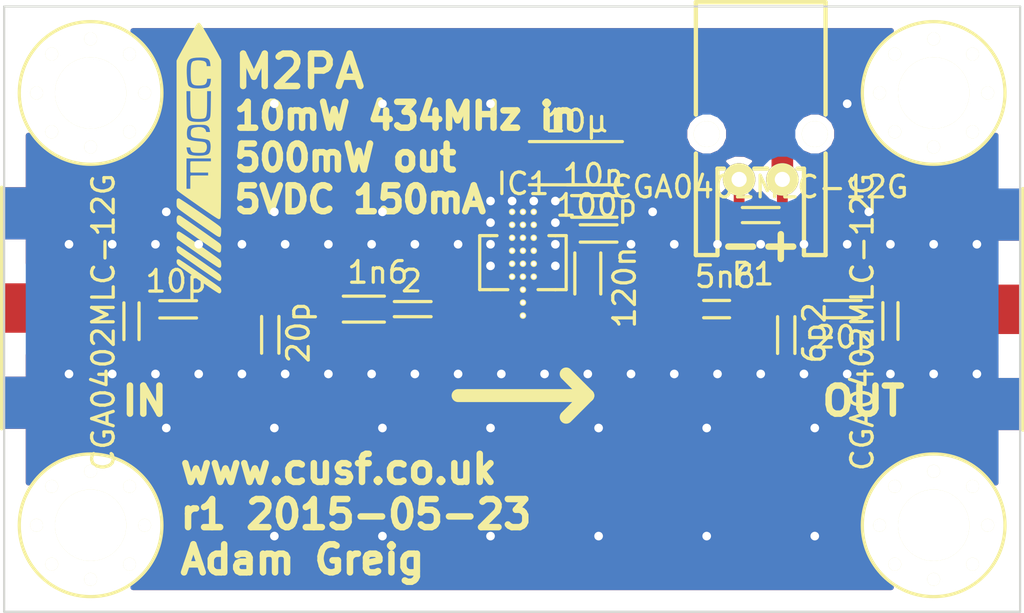
<source format=kicad_pcb>
(kicad_pcb (version 4) (host pcbnew 0.201505031001+5637~23~ubuntu14.04.1-product)

  (general
    (links 58)
    (no_connects 0)
    (area 112.23481 71.875 164.775191 101.975)
    (thickness 1.6)
    (drawings 17)
    (tracks 219)
    (zones 0)
    (modules 23)
    (nets 10)
  )

  (page A4)
  (title_block
    (title "Martlet 2 RF PA")
    (date "Sat 23 May 2015")
    (rev 1)
    (company "Cambridge University Spaceflight")
    (comment 1 "Drawn By: Adam Greig")
  )

  (layers
    (0 F.Cu signal)
    (31 B.Cu signal)
    (32 B.Adhes user)
    (33 F.Adhes user)
    (34 B.Paste user)
    (35 F.Paste user)
    (36 B.SilkS user)
    (37 F.SilkS user)
    (38 B.Mask user)
    (39 F.Mask user)
    (40 Dwgs.User user)
    (41 Cmts.User user)
    (42 Eco1.User user)
    (43 Eco2.User user)
    (44 Edge.Cuts user)
    (45 Margin user)
    (46 B.CrtYd user)
    (47 F.CrtYd user)
    (48 B.Fab user)
    (49 F.Fab user)
  )

  (setup
    (last_trace_width 0.2)
    (user_trace_width 0.2)
    (user_trace_width 0.28)
    (user_trace_width 0.3)
    (user_trace_width 0.4)
    (user_trace_width 0.5)
    (user_trace_width 0.8)
    (user_trace_width 1)
    (user_trace_width 1.2)
    (user_trace_width 1.5)
    (user_trace_width 2)
    (trace_clearance 0.2)
    (zone_clearance 0.3)
    (zone_45_only no)
    (trace_min 0.2)
    (segment_width 0.6)
    (edge_width 0.1)
    (via_size 0.8)
    (via_drill 0.4)
    (via_min_size 0.8)
    (via_min_drill 0.4)
    (user_via 0.8 0.4)
    (user_via 1 0.6)
    (uvia_size 0.3)
    (uvia_drill 0.1)
    (uvias_allowed no)
    (uvia_min_size 0.2)
    (uvia_min_drill 0.1)
    (pcb_text_width 0.3)
    (pcb_text_size 1.5 1.5)
    (mod_edge_width 0.15)
    (mod_text_size 1 1)
    (mod_text_width 0.15)
    (pad_size 0.6 0.6)
    (pad_drill 0)
    (pad_to_mask_clearance 0)
    (aux_axis_origin 0 0)
    (visible_elements FFFFFF5F)
    (pcbplotparams
      (layerselection 0x010f0_80000001)
      (usegerberextensions true)
      (excludeedgelayer true)
      (linewidth 0.100000)
      (plotframeref false)
      (viasonmask false)
      (mode 1)
      (useauxorigin false)
      (hpglpennumber 1)
      (hpglpenspeed 20)
      (hpglpendiameter 15)
      (hpglpenoverlay 2)
      (psnegative false)
      (psa4output false)
      (plotreference false)
      (plotvalue false)
      (plotinvisibletext false)
      (padsonsilk false)
      (subtractmaskfromsilk false)
      (outputformat 1)
      (mirror false)
      (drillshape 0)
      (scaleselection 1)
      (outputdirectory gerbers/))
  )

  (net 0 "")
  (net 1 "Net-(C1-Pad1)")
  (net 2 "Net-(C1-Pad2)")
  (net 3 GND)
  (net 4 +5V)
  (net 5 "Net-(C5-Pad2)")
  (net 6 "Net-(C7-Pad2)")
  (net 7 "Net-(IC1-Pad1)")
  (net 8 "Net-(IC1-Pad3)")
  (net 9 "Net-(L1-Pad1)")

  (net_class Default "This is the default net class."
    (clearance 0.2)
    (trace_width 0.25)
    (via_dia 0.8)
    (via_drill 0.4)
    (uvia_dia 0.3)
    (uvia_drill 0.1)
    (add_net +5V)
    (add_net GND)
    (add_net "Net-(C1-Pad1)")
    (add_net "Net-(C1-Pad2)")
    (add_net "Net-(C5-Pad2)")
    (add_net "Net-(C7-Pad2)")
    (add_net "Net-(IC1-Pad1)")
    (add_net "Net-(IC1-Pad3)")
    (add_net "Net-(L1-Pad1)")
  )

  (module m2pa:C0402 locked (layer F.Cu) (tedit 53CD9C5E) (tstamp 55607FF7)
    (at 123.55 87.01 180)
    (path /537B564F)
    (fp_text reference C1 (at 0.4 -1.25 180) (layer F.SilkS) hide
      (effects (font (size 1 1) (thickness 0.15)))
    )
    (fp_text value 10p (at 0.6 1.3 180) (layer F.SilkS)
      (effects (font (size 1 1) (thickness 0.15)))
    )
    (fp_line (start -0.35 0.4) (end 1.35 0.4) (layer F.SilkS) (width 0.15))
    (fp_line (start -0.35 -0.4) (end 1.35 -0.4) (layer F.SilkS) (width 0.15))
    (pad 1 smd rect (at 0 0 180) (size 0.6 0.6) (layers F.Cu F.Paste F.Mask)
      (net 1 "Net-(C1-Pad1)"))
    (pad 2 smd rect (at 1 0 180) (size 0.6 0.6) (layers F.Cu F.Paste F.Mask)
      (net 2 "Net-(C1-Pad2)"))
  )

  (module m2pa:C0402 locked (layer F.Cu) (tedit 55609496) (tstamp 55607FFF)
    (at 127.31 88.69 90)
    (path /537B56E0)
    (fp_text reference C2 (at 0.4 -1.25 90) (layer F.SilkS) hide
      (effects (font (size 1 1) (thickness 0.15)))
    )
    (fp_text value 20p (at 0.6 1.3 90) (layer F.SilkS)
      (effects (font (size 1 1) (thickness 0.15)))
    )
    (fp_line (start -0.35 0.4) (end 1.35 0.4) (layer F.SilkS) (width 0.15))
    (fp_line (start -0.35 -0.4) (end 1.35 -0.4) (layer F.SilkS) (width 0.15))
    (pad 1 smd rect (at 0 0 90) (size 0.6 0.6) (layers F.Cu F.Paste F.Mask)
      (net 3 GND) (zone_connect 2))
    (pad 2 smd rect (at 1 0 90) (size 0.6 0.6) (layers F.Cu F.Paste F.Mask)
      (net 1 "Net-(C1-Pad1)"))
  )

  (module m2pa:C0402 (layer F.Cu) (tedit 53CD9C5E) (tstamp 55608007)
    (at 143 83.5 180)
    (path /537B5BFF)
    (fp_text reference C3 (at 0.4 -1.25 180) (layer F.SilkS) hide
      (effects (font (size 1 1) (thickness 0.15)))
    )
    (fp_text value 100p (at 0.6 1.3 180) (layer F.SilkS)
      (effects (font (size 1 1) (thickness 0.15)))
    )
    (fp_line (start -0.35 0.4) (end 1.35 0.4) (layer F.SilkS) (width 0.15))
    (fp_line (start -0.35 -0.4) (end 1.35 -0.4) (layer F.SilkS) (width 0.15))
    (pad 1 smd rect (at 0 0 180) (size 0.6 0.6) (layers F.Cu F.Paste F.Mask)
      (net 4 +5V))
    (pad 2 smd rect (at 1 0 180) (size 0.6 0.6) (layers F.Cu F.Paste F.Mask)
      (net 3 GND))
  )

  (module m2pa:C0603 (layer F.Cu) (tedit 53CD4DE5) (tstamp 5560800F)
    (at 143 82.25 180)
    (path /537B5C80)
    (fp_text reference C4 (at 0.7 -1.35 180) (layer F.SilkS) hide
      (effects (font (size 1 1) (thickness 0.15)))
    )
    (fp_text value 10n (at 0.75 1.45 180) (layer F.SilkS)
      (effects (font (size 1 1) (thickness 0.15)))
    )
    (fp_line (start 1.75 0.5) (end -0.35 0.5) (layer F.SilkS) (width 0.15))
    (fp_line (start -0.35 -0.5) (end 1.75 -0.5) (layer F.SilkS) (width 0.15))
    (pad 1 smd rect (at 0 0 180) (size 0.7 0.8) (layers F.Cu F.Paste F.Mask)
      (net 4 +5V))
    (pad 2 smd rect (at 1.4 0 180) (size 0.7 0.8) (layers F.Cu F.Paste F.Mask)
      (net 3 GND))
  )

  (module m2pa:C0402 locked (layer F.Cu) (tedit 5560948F) (tstamp 55608017)
    (at 151.18 88.7 90)
    (path /537B5A1A)
    (fp_text reference C5 (at 0.4 -1.25 90) (layer F.SilkS) hide
      (effects (font (size 1 1) (thickness 0.15)))
    )
    (fp_text value 6p2 (at 0.6 1.3 90) (layer F.SilkS)
      (effects (font (size 1 1) (thickness 0.15)))
    )
    (fp_line (start -0.35 0.4) (end 1.35 0.4) (layer F.SilkS) (width 0.15))
    (fp_line (start -0.35 -0.4) (end 1.35 -0.4) (layer F.SilkS) (width 0.15))
    (pad 1 smd rect (at 0 0 90) (size 0.6 0.6) (layers F.Cu F.Paste F.Mask)
      (net 3 GND) (zone_connect 2))
    (pad 2 smd rect (at 1 0 90) (size 0.6 0.6) (layers F.Cu F.Paste F.Mask)
      (net 5 "Net-(C5-Pad2)"))
  )

  (module m2pa:C1206 (layer F.Cu) (tedit 53CD9DEC) (tstamp 5560801F)
    (at 143 80.25 180)
    (path /537BBE5B)
    (fp_text reference C6 (at 1.4 -1.85 180) (layer F.SilkS) hide
      (effects (font (size 1 1) (thickness 0.15)))
    )
    (fp_text value 10µ (at 1.5 1.95 180) (layer F.SilkS)
      (effects (font (size 1 1) (thickness 0.15)))
    )
    (fp_line (start -0.6 1) (end 3.7 1) (layer F.SilkS) (width 0.15))
    (fp_line (start -0.6 -1) (end 3.7 -1) (layer F.SilkS) (width 0.15))
    (pad 1 smd rect (at 0 0 180) (size 1.2 1.7) (layers F.Cu F.Paste F.Mask)
      (net 4 +5V))
    (pad 2 smd rect (at 3.1 0 180) (size 1.2 1.7) (layers F.Cu F.Paste F.Mask)
      (net 3 GND))
  )

  (module m2pa:C0402 (layer F.Cu) (tedit 53CD9C5E) (tstamp 55608027)
    (at 153.3 87)
    (path /537B5AA3)
    (fp_text reference C7 (at 0.4 -1.25) (layer F.SilkS) hide
      (effects (font (size 1 1) (thickness 0.15)))
    )
    (fp_text value 20p (at 0.6 1.3) (layer F.SilkS)
      (effects (font (size 1 1) (thickness 0.15)))
    )
    (fp_line (start -0.35 0.4) (end 1.35 0.4) (layer F.SilkS) (width 0.15))
    (fp_line (start -0.35 -0.4) (end 1.35 -0.4) (layer F.SilkS) (width 0.15))
    (pad 1 smd rect (at 0 0) (size 0.6 0.6) (layers F.Cu F.Paste F.Mask)
      (net 5 "Net-(C5-Pad2)"))
    (pad 2 smd rect (at 1 0) (size 0.6 0.6) (layers F.Cu F.Paste F.Mask)
      (net 6 "Net-(C7-Pad2)"))
  )

  (module m2pa:R0402 (layer F.Cu) (tedit 53CDA370) (tstamp 5560802F)
    (at 120.89 87.01 270)
    (path /55607F4A)
    (fp_text reference D1 (at 0.4 -1.25 270) (layer F.SilkS) hide
      (effects (font (size 1 1) (thickness 0.15)))
    )
    (fp_text value CGA0402MLC-12G (at 0.6 1.3 270) (layer F.SilkS)
      (effects (font (size 1 1) (thickness 0.15)))
    )
    (fp_line (start -0.3 0.35) (end 1.4 0.35) (layer F.SilkS) (width 0.15))
    (fp_line (start -0.3 -0.35) (end 1.4 -0.35) (layer F.SilkS) (width 0.15))
    (pad 1 smd rect (at 0 0 270) (size 0.6 0.5) (layers F.Cu F.Paste F.Mask)
      (net 2 "Net-(C1-Pad2)"))
    (pad 2 smd rect (at 1.1 0 270) (size 0.6 0.5) (layers F.Cu F.Paste F.Mask)
      (net 3 GND))
  )

  (module m2pa:R0402 (layer F.Cu) (tedit 53CDA370) (tstamp 55608037)
    (at 156 87 270)
    (path /53D02CEB)
    (fp_text reference D2 (at 0.4 -1.25 270) (layer F.SilkS) hide
      (effects (font (size 1 1) (thickness 0.15)))
    )
    (fp_text value CGA0402MLC-12G (at 0.6 1.3 270) (layer F.SilkS)
      (effects (font (size 1 1) (thickness 0.15)))
    )
    (fp_line (start -0.3 0.35) (end 1.4 0.35) (layer F.SilkS) (width 0.15))
    (fp_line (start -0.3 -0.35) (end 1.4 -0.35) (layer F.SilkS) (width 0.15))
    (pad 1 smd rect (at 0 0 270) (size 0.6 0.5) (layers F.Cu F.Paste F.Mask)
      (net 6 "Net-(C7-Pad2)"))
    (pad 2 smd rect (at 1.1 0 270) (size 0.6 0.5) (layers F.Cu F.Paste F.Mask)
      (net 3 GND))
  )

  (module m2pa:L0603 locked (layer F.Cu) (tedit 53CD4A11) (tstamp 55608068)
    (at 132.29 87 180)
    (path /537BE636)
    (fp_text reference L1 (at 0 -1.6 180) (layer F.SilkS) hide
      (effects (font (size 1 1) (thickness 0.15)))
    )
    (fp_text value 1n6 (at 0 1.7 180) (layer F.SilkS)
      (effects (font (size 1 1) (thickness 0.15)))
    )
    (fp_line (start -0.3 0.6) (end 1.6 0.6) (layer F.SilkS) (width 0.15))
    (fp_line (start -0.3 -0.6) (end 1.6 -0.6) (layer F.SilkS) (width 0.15))
    (pad 1 smd rect (at 0 0 180) (size 0.64 1.02) (layers F.Cu F.Paste F.Mask)
      (net 9 "Net-(L1-Pad1)"))
    (pad 2 smd rect (at 1.28 0 180) (size 0.64 1.02) (layers F.Cu F.Paste F.Mask)
      (net 1 "Net-(C1-Pad1)"))
  )

  (module m2pa:L0603 (layer F.Cu) (tedit 53CD4A11) (tstamp 55608070)
    (at 142 86 90)
    (path /537BE815)
    (fp_text reference L2 (at 0 -1.6 90) (layer F.SilkS) hide
      (effects (font (size 1 1) (thickness 0.15)))
    )
    (fp_text value 120n (at 0 1.7 90) (layer F.SilkS)
      (effects (font (size 1 1) (thickness 0.15)))
    )
    (fp_line (start -0.3 0.6) (end 1.6 0.6) (layer F.SilkS) (width 0.15))
    (fp_line (start -0.3 -0.6) (end 1.6 -0.6) (layer F.SilkS) (width 0.15))
    (pad 1 smd rect (at 0 0 90) (size 0.64 1.02) (layers F.Cu F.Paste F.Mask)
      (net 8 "Net-(IC1-Pad3)"))
    (pad 2 smd rect (at 1.28 0 90) (size 0.64 1.02) (layers F.Cu F.Paste F.Mask)
      (net 4 +5V))
  )

  (module m2pa:L0402 locked (layer F.Cu) (tedit 53CD4996) (tstamp 55608078)
    (at 148.36 87 180)
    (path /537BEED9)
    (fp_text reference L3 (at 0 -1.4 180) (layer F.SilkS) hide
      (effects (font (size 1 1) (thickness 0.15)))
    )
    (fp_text value 5n6 (at 0 1.5 180) (layer F.SilkS)
      (effects (font (size 1 1) (thickness 0.15)))
    )
    (fp_line (start -0.2 0.4) (end 1 0.4) (layer F.SilkS) (width 0.15))
    (fp_line (start -0.2 -0.4) (end 1 -0.4) (layer F.SilkS) (width 0.15))
    (pad 1 smd rect (at 0 0 180) (size 0.36 0.66) (layers F.Cu F.Paste F.Mask)
      (net 5 "Net-(C5-Pad2)"))
    (pad 2 smd rect (at 0.82 0 180) (size 0.36 0.66) (layers F.Cu F.Paste F.Mask)
      (net 8 "Net-(IC1-Pad3)"))
  )

  (module m2pa:S02B-PASK-2 (layer F.Cu) (tedit 555D2368) (tstamp 5560808C)
    (at 149 81)
    (path /55608520)
    (fp_text reference P1 (at 0.64 4.38) (layer F.SilkS)
      (effects (font (size 1 1) (thickness 0.15)))
    )
    (fp_text value CONN_01X02 (at 0.41 -7.21) (layer F.SilkS) hide
      (effects (font (size 1 1) (thickness 0.15)))
    )
    (fp_line (start 3 -0.5) (end 2.7 -0.5) (layer F.SilkS) (width 0.2))
    (fp_line (start 0.7 -0.5) (end 1.3 -0.5) (layer F.SilkS) (width 0.2))
    (fp_line (start -1 -0.5) (end -0.7 -0.5) (layer F.SilkS) (width 0.2))
    (fp_line (start 4 3.5) (end 3 3.5) (layer F.SilkS) (width 0.2))
    (fp_line (start 3 3.5) (end 3 -0.5) (layer F.SilkS) (width 0.2))
    (fp_line (start -2 3.5) (end -1 3.5) (layer F.SilkS) (width 0.2))
    (fp_line (start -1 3.5) (end -1 -0.5) (layer F.SilkS) (width 0.2))
    (fp_line (start 4 -8.2) (end -2 -8.2) (layer F.SilkS) (width 0.2))
    (fp_line (start 4 -3) (end 4 -8.2) (layer F.SilkS) (width 0.2))
    (fp_line (start 4 3.5) (end 4 -1.2) (layer F.SilkS) (width 0.2))
    (fp_line (start -2 -1.2) (end -2 3.5) (layer F.SilkS) (width 0.2))
    (fp_line (start -2 -8.2) (end -2 -3) (layer F.SilkS) (width 0.2))
    (pad 1 thru_hole circle (at 0 0) (size 1.5 1.5) (drill 0.7) (layers *.Cu *.Mask F.SilkS)
      (net 3 GND))
    (pad 2 thru_hole circle (at 2 0) (size 1.5 1.5) (drill 0.7) (layers *.Cu *.Mask F.SilkS)
      (net 4 +5V))
    (pad "" np_thru_hole circle (at -1.5 -2.1) (size 1.2 1.2) (drill 1.2) (layers *.Cu *.Mask F.SilkS))
    (pad "" np_thru_hole circle (at 3.5 -2.1) (size 1.2 1.2) (drill 1.2) (layers *.Cu *.Mask F.SilkS))
  )

  (module m2pa:R0402 locked (layer F.Cu) (tedit 53CDA370) (tstamp 556080A8)
    (at 134.45 87 180)
    (path /537BE047)
    (fp_text reference R1 (at 0.4 -1.25 180) (layer F.SilkS) hide
      (effects (font (size 1 1) (thickness 0.15)))
    )
    (fp_text value 2 (at 0.6 1.3 180) (layer F.SilkS)
      (effects (font (size 1 1) (thickness 0.15)))
    )
    (fp_line (start -0.3 0.35) (end 1.4 0.35) (layer F.SilkS) (width 0.15))
    (fp_line (start -0.3 -0.35) (end 1.4 -0.35) (layer F.SilkS) (width 0.15))
    (pad 1 smd rect (at 0 0 180) (size 0.6 0.5) (layers F.Cu F.Paste F.Mask)
      (net 7 "Net-(IC1-Pad1)"))
    (pad 2 smd rect (at 1.1 0 180) (size 0.6 0.5) (layers F.Cu F.Paste F.Mask)
      (net 9 "Net-(L1-Pad1)"))
  )

  (module m2pa:M3_MOUNT (layer F.Cu) (tedit 53DC1522) (tstamp 556083F8)
    (at 158 77)
    (fp_text reference M3_MOUNT (at 0 -4) (layer F.SilkS) hide
      (effects (font (size 1 1) (thickness 0.15)))
    )
    (fp_text value VAL** (at 0 4) (layer F.SilkS) hide
      (effects (font (size 1 1) (thickness 0.15)))
    )
    (fp_circle (center 0 0) (end 3.3 0) (layer F.SilkS) (width 0.15))
    (pad "" np_thru_hole circle (at 0 0) (size 3.3 3.3) (drill 3.3) (layers *.Cu *.Mask F.Paste F.SilkS)
      (solder_mask_margin 1.5) (clearance 1.65))
    (pad "" np_thru_hole circle (at 0 -2.5) (size 0.6 0.6) (drill 0.6) (layers *.Cu *.Mask F.SilkS))
    (pad "" np_thru_hole circle (at 2.5 0) (size 0.6 0.6) (drill 0.6) (layers *.Cu *.Mask F.SilkS))
    (pad "" np_thru_hole circle (at 0 2.5) (size 0.6 0.6) (drill 0.6) (layers *.Cu *.Mask F.SilkS))
    (pad "" np_thru_hole circle (at -2.5 0) (size 0.6 0.6) (drill 0.6) (layers *.Cu *.Mask F.SilkS))
    (pad "" np_thru_hole circle (at -1.8 -1.8) (size 0.6 0.6) (drill 0.6) (layers *.Cu *.Mask F.SilkS))
    (pad "" np_thru_hole circle (at 1.8 -1.8) (size 0.6 0.6) (drill 0.6) (layers *.Cu *.Mask F.SilkS))
    (pad "" np_thru_hole circle (at -1.8 1.8) (size 0.6 0.6) (drill 0.6) (layers *.Cu *.Mask F.SilkS))
    (pad "" np_thru_hole circle (at 1.8 1.8) (size 0.6 0.6) (drill 0.6) (layers *.Cu *.Mask F.SilkS))
  )

  (module m2pa:M3_MOUNT (layer F.Cu) (tedit 53DC1522) (tstamp 55608415)
    (at 119 97)
    (fp_text reference M3_MOUNT (at 0 -4) (layer F.SilkS) hide
      (effects (font (size 1 1) (thickness 0.15)))
    )
    (fp_text value VAL** (at 0 4) (layer F.SilkS) hide
      (effects (font (size 1 1) (thickness 0.15)))
    )
    (fp_circle (center 0 0) (end 3.3 0) (layer F.SilkS) (width 0.15))
    (pad "" np_thru_hole circle (at 0 0) (size 3.3 3.3) (drill 3.3) (layers *.Cu *.Mask F.Paste F.SilkS)
      (solder_mask_margin 1.5) (clearance 1.65))
    (pad "" np_thru_hole circle (at 0 -2.5) (size 0.6 0.6) (drill 0.6) (layers *.Cu *.Mask F.SilkS))
    (pad "" np_thru_hole circle (at 2.5 0) (size 0.6 0.6) (drill 0.6) (layers *.Cu *.Mask F.SilkS))
    (pad "" np_thru_hole circle (at 0 2.5) (size 0.6 0.6) (drill 0.6) (layers *.Cu *.Mask F.SilkS))
    (pad "" np_thru_hole circle (at -2.5 0) (size 0.6 0.6) (drill 0.6) (layers *.Cu *.Mask F.SilkS))
    (pad "" np_thru_hole circle (at -1.8 -1.8) (size 0.6 0.6) (drill 0.6) (layers *.Cu *.Mask F.SilkS))
    (pad "" np_thru_hole circle (at 1.8 -1.8) (size 0.6 0.6) (drill 0.6) (layers *.Cu *.Mask F.SilkS))
    (pad "" np_thru_hole circle (at -1.8 1.8) (size 0.6 0.6) (drill 0.6) (layers *.Cu *.Mask F.SilkS))
    (pad "" np_thru_hole circle (at 1.8 1.8) (size 0.6 0.6) (drill 0.6) (layers *.Cu *.Mask F.SilkS))
  )

  (module m2pa:M3_MOUNT (layer F.Cu) (tedit 53DC1522) (tstamp 5560847A)
    (at 158 97)
    (fp_text reference M3_MOUNT (at 0 -4) (layer F.SilkS) hide
      (effects (font (size 1 1) (thickness 0.15)))
    )
    (fp_text value VAL** (at 0 4) (layer F.SilkS) hide
      (effects (font (size 1 1) (thickness 0.15)))
    )
    (fp_circle (center 0 0) (end 3.3 0) (layer F.SilkS) (width 0.15))
    (pad "" np_thru_hole circle (at 0 0) (size 3.3 3.3) (drill 3.3) (layers *.Cu *.Mask F.Paste F.SilkS)
      (solder_mask_margin 1.5) (clearance 1.65))
    (pad "" np_thru_hole circle (at 0 -2.5) (size 0.6 0.6) (drill 0.6) (layers *.Cu *.Mask F.SilkS))
    (pad "" np_thru_hole circle (at 2.5 0) (size 0.6 0.6) (drill 0.6) (layers *.Cu *.Mask F.SilkS))
    (pad "" np_thru_hole circle (at 0 2.5) (size 0.6 0.6) (drill 0.6) (layers *.Cu *.Mask F.SilkS))
    (pad "" np_thru_hole circle (at -2.5 0) (size 0.6 0.6) (drill 0.6) (layers *.Cu *.Mask F.SilkS))
    (pad "" np_thru_hole circle (at -1.8 -1.8) (size 0.6 0.6) (drill 0.6) (layers *.Cu *.Mask F.SilkS))
    (pad "" np_thru_hole circle (at 1.8 -1.8) (size 0.6 0.6) (drill 0.6) (layers *.Cu *.Mask F.SilkS))
    (pad "" np_thru_hole circle (at -1.8 1.8) (size 0.6 0.6) (drill 0.6) (layers *.Cu *.Mask F.SilkS))
    (pad "" np_thru_hole circle (at 1.8 1.8) (size 0.6 0.6) (drill 0.6) (layers *.Cu *.Mask F.SilkS))
  )

  (module m2pa:M3_MOUNT (layer F.Cu) (tedit 53DC1522) (tstamp 556084A9)
    (at 119 77)
    (fp_text reference M3_MOUNT (at 0 -4) (layer F.SilkS) hide
      (effects (font (size 1 1) (thickness 0.15)))
    )
    (fp_text value VAL** (at 0 4) (layer F.SilkS) hide
      (effects (font (size 1 1) (thickness 0.15)))
    )
    (fp_circle (center 0 0) (end 3.3 0) (layer F.SilkS) (width 0.15))
    (pad "" np_thru_hole circle (at 0 0) (size 3.3 3.3) (drill 3.3) (layers *.Cu *.Mask F.Paste F.SilkS)
      (solder_mask_margin 1.5) (clearance 1.65))
    (pad "" np_thru_hole circle (at 0 -2.5) (size 0.6 0.6) (drill 0.6) (layers *.Cu *.Mask F.SilkS))
    (pad "" np_thru_hole circle (at 2.5 0) (size 0.6 0.6) (drill 0.6) (layers *.Cu *.Mask F.SilkS))
    (pad "" np_thru_hole circle (at 0 2.5) (size 0.6 0.6) (drill 0.6) (layers *.Cu *.Mask F.SilkS))
    (pad "" np_thru_hole circle (at -2.5 0) (size 0.6 0.6) (drill 0.6) (layers *.Cu *.Mask F.SilkS))
    (pad "" np_thru_hole circle (at -1.8 -1.8) (size 0.6 0.6) (drill 0.6) (layers *.Cu *.Mask F.SilkS))
    (pad "" np_thru_hole circle (at 1.8 -1.8) (size 0.6 0.6) (drill 0.6) (layers *.Cu *.Mask F.SilkS))
    (pad "" np_thru_hole circle (at -1.8 1.8) (size 0.6 0.6) (drill 0.6) (layers *.Cu *.Mask F.SilkS))
    (pad "" np_thru_hole circle (at 1.8 1.8) (size 0.6 0.6) (drill 0.6) (layers *.Cu *.Mask F.SilkS))
  )

  (module m2pa:R0402 (layer F.Cu) (tedit 53CDA370) (tstamp 556089EF)
    (at 150.55 82.65 180)
    (path /55608B21)
    (fp_text reference D3 (at 0.4 -1.25 180) (layer F.SilkS) hide
      (effects (font (size 1 1) (thickness 0.15)))
    )
    (fp_text value CGA0402MLC-12G (at 0.6 1.3 180) (layer F.SilkS)
      (effects (font (size 1 1) (thickness 0.15)))
    )
    (fp_line (start -0.3 0.35) (end 1.4 0.35) (layer F.SilkS) (width 0.15))
    (fp_line (start -0.3 -0.35) (end 1.4 -0.35) (layer F.SilkS) (width 0.15))
    (pad 1 smd rect (at 0 0 180) (size 0.6 0.5) (layers F.Cu F.Paste F.Mask)
      (net 4 +5V))
    (pad 2 smd rect (at 1.1 0 180) (size 0.6 0.5) (layers F.Cu F.Paste F.Mask)
      (net 3 GND))
  )

  (module m2pa:SMA-142-0701-801 (layer F.Cu) (tedit 55609D61) (tstamp 556080A0)
    (at 159.46 87.01 270)
    (path /537B7B92)
    (fp_text reference P3 (at 0 -4.064 270) (layer F.SilkS) hide
      (effects (font (size 1 1) (thickness 0.15)))
    )
    (fp_text value SMA (at -3.556 3.81 270) (layer F.SilkS) hide
      (effects (font (size 1 1) (thickness 0.15)))
    )
    (fp_line (start -5.588 -2.667) (end 5.588 -2.667) (layer F.SilkS) (width 0.15))
    (pad 1 smd rect (at 0 0 270) (size 2.286 5.08) (layers F.Cu F.Mask)
      (net 6 "Net-(C7-Pad2)") (zone_connect 2))
    (pad 2 smd rect (at -4.3815 0 270) (size 2.413 5.08) (layers F.Cu F.Mask)
      (net 3 GND) (zone_connect 2))
    (pad 3 smd rect (at 4.3815 0 270) (size 2.413 5.08) (layers F.Cu F.Mask)
      (net 3 GND) (zone_connect 2))
    (pad 4 smd rect (at -4.3815 0 270) (size 2.413 5.08) (layers B.Cu B.Mask)
      (net 3 GND) (zone_connect 2))
    (pad 5 smd rect (at 4.3815 0 270) (size 2.413 5.08) (layers B.Cu B.Mask)
      (net 3 GND) (zone_connect 2))
  )

  (module m2pa:SMA-142-0701-801 (layer F.Cu) (tedit 55609D61) (tstamp 55608096)
    (at 117.55 86.95 90)
    (path /555D1B9C)
    (fp_text reference P2 (at 0 -4.064 90) (layer F.SilkS) hide
      (effects (font (size 1 1) (thickness 0.15)))
    )
    (fp_text value SMA (at -3.556 3.81 90) (layer F.SilkS) hide
      (effects (font (size 1 1) (thickness 0.15)))
    )
    (fp_line (start -5.588 -2.667) (end 5.588 -2.667) (layer F.SilkS) (width 0.15))
    (pad 1 smd rect (at 0 0 90) (size 2.286 5.08) (layers F.Cu F.Mask)
      (net 2 "Net-(C1-Pad2)") (zone_connect 2))
    (pad 2 smd rect (at -4.3815 0 90) (size 2.413 5.08) (layers F.Cu F.Mask)
      (net 3 GND) (zone_connect 2))
    (pad 3 smd rect (at 4.3815 0 90) (size 2.413 5.08) (layers F.Cu F.Mask)
      (net 3 GND) (zone_connect 2))
    (pad 4 smd rect (at -4.3815 0 90) (size 2.413 5.08) (layers B.Cu B.Mask)
      (net 3 GND) (zone_connect 2))
    (pad 5 smd rect (at 4.3815 0 90) (size 2.413 5.08) (layers B.Cu B.Mask)
      (net 3 GND) (zone_connect 2))
  )

  (module m2pa:SOT89-3 (layer F.Cu) (tedit 5560A450) (tstamp 55608060)
    (at 139 87)
    (path /53792B5C)
    (fp_text reference IC1 (at 0 -5.8) (layer F.SilkS)
      (effects (font (size 1 1) (thickness 0.15)))
    )
    (fp_text value ADL5324 (at 0 1.8) (layer F.SilkS) hide
      (effects (font (size 1 1) (thickness 0.15)))
    )
    (fp_line (start 1.5 -0.9) (end 2 -0.9) (layer F.SilkS) (width 0.15))
    (fp_line (start 2 -0.9) (end 2 -3.4) (layer F.SilkS) (width 0.15))
    (fp_line (start 2 -3.4) (end 1.5 -3.4) (layer F.SilkS) (width 0.15))
    (fp_line (start -1.5 -3.4) (end -2 -3.4) (layer F.SilkS) (width 0.15))
    (fp_line (start -2 -3.4) (end -2 -0.9) (layer F.SilkS) (width 0.15))
    (fp_line (start -2 -0.9) (end -1.5 -0.9) (layer F.SilkS) (width 0.15))
    (fp_line (start 1.5 -0.9) (end 0.7 -0.9) (layer F.SilkS) (width 0.15))
    (fp_line (start -1.5 -0.9) (end -0.7 -0.9) (layer F.SilkS) (width 0.15))
    (fp_line (start 1.2 -3.4) (end 1.5 -3.4) (layer F.SilkS) (width 0.15))
    (fp_line (start -1.5 -3.4) (end -1.2 -3.4) (layer F.SilkS) (width 0.15))
    (pad 2 smd rect (at 0 -0.3 180) (size 0.9 1.9) (layers F.Cu F.Paste F.Mask)
      (net 3 GND) (zone_connect 2))
    (pad 1 smd rect (at -1.5 0 180) (size 0.9 1.3) (layers F.Cu F.Paste F.Mask)
      (net 7 "Net-(IC1-Pad1)"))
    (pad 3 smd rect (at 1.5 0 180) (size 0.9 1.3) (layers F.Cu F.Paste F.Mask)
      (net 8 "Net-(IC1-Pad3)"))
    (pad 2 smd rect (at 0 -3 180) (size 1.8 3.5) (layers F.Cu F.Paste F.Mask)
      (net 3 GND) (zone_connect 2))
    (pad 2 thru_hole circle (at 0 -0.3 180) (size 0.3 0.3) (drill 0.2) (layers *.Cu F.SilkS F.Mask)
      (net 3 GND) (zone_connect 2))
    (pad 2 thru_hole circle (at 0 0.3 180) (size 0.3 0.3) (drill 0.2) (layers *.Cu F.SilkS F.Mask)
      (net 3 GND) (zone_connect 2))
    (pad 2 thru_hole circle (at 0 -0.9 180) (size 0.3 0.3) (drill 0.2) (layers *.Cu F.SilkS F.Mask)
      (net 3 GND) (zone_connect 2))
    (pad 2 thru_hole circle (at 0 -1.5 180) (size 0.3 0.3) (drill 0.2) (layers *.Cu F.SilkS F.Mask)
      (net 3 GND) (zone_connect 2))
    (pad 2 thru_hole circle (at 0 -2.1 180) (size 0.3 0.3) (drill 0.2) (layers *.Cu F.SilkS F.Mask)
      (net 3 GND) (zone_connect 2))
    (pad 2 thru_hole circle (at 0 -2.7 180) (size 0.3 0.3) (drill 0.2) (layers *.Cu F.SilkS F.Mask)
      (net 3 GND) (zone_connect 2))
    (pad 2 thru_hole circle (at 0 -3.3 180) (size 0.3 0.3) (drill 0.2) (layers *.Cu F.SilkS F.Mask)
      (net 3 GND) (zone_connect 2))
    (pad 2 thru_hole circle (at 0 -3.9 180) (size 0.3 0.3) (drill 0.2) (layers *.Cu F.SilkS F.Mask)
      (net 3 GND) (zone_connect 2))
    (pad 2 thru_hole circle (at 0 -4.5 180) (size 0.3 0.3) (drill 0.2) (layers *.Cu F.SilkS F.Mask)
      (net 3 GND) (zone_connect 2))
    (pad 2 thru_hole circle (at 0.5 -1.5 180) (size 0.3 0.3) (drill 0.2) (layers *.Cu F.SilkS F.Mask)
      (net 3 GND) (zone_connect 2))
    (pad 2 thru_hole circle (at 0.5 -2.1 180) (size 0.3 0.3) (drill 0.2) (layers *.Cu F.SilkS F.Mask)
      (net 3 GND) (zone_connect 2))
    (pad 2 thru_hole circle (at 0.5 -2.7 180) (size 0.3 0.3) (drill 0.2) (layers *.Cu F.SilkS F.Mask)
      (net 3 GND) (zone_connect 2))
    (pad 2 thru_hole circle (at 0.5 -3.3 180) (size 0.3 0.3) (drill 0.2) (layers *.Cu F.SilkS F.Mask)
      (net 3 GND) (zone_connect 2))
    (pad 2 thru_hole circle (at 0.5 -3.9 180) (size 0.3 0.3) (drill 0.2) (layers *.Cu F.SilkS F.Mask)
      (net 3 GND) (zone_connect 2))
    (pad 2 thru_hole circle (at -0.5 -3.9 180) (size 0.3 0.3) (drill 0.2) (layers *.Cu F.SilkS F.Mask)
      (net 3 GND) (zone_connect 2))
    (pad 2 thru_hole circle (at -0.5 -3.3 180) (size 0.3 0.3) (drill 0.2) (layers *.Cu F.SilkS F.Mask)
      (net 3 GND) (zone_connect 2))
    (pad 2 thru_hole circle (at -0.5 -2.7 180) (size 0.3 0.3) (drill 0.2) (layers *.Cu F.SilkS F.Mask)
      (net 3 GND) (zone_connect 2))
    (pad 2 thru_hole circle (at -0.5 -2.1 180) (size 0.3 0.3) (drill 0.2) (layers *.Cu F.SilkS F.Mask)
      (net 3 GND) (zone_connect 2))
    (pad 2 thru_hole circle (at -0.5 -1.5 180) (size 0.3 0.3) (drill 0.2) (layers *.Cu F.SilkS F.Mask)
      (net 3 GND) (zone_connect 2))
    (pad 2 thru_hole circle (at -0.5 -4.5 180) (size 0.3 0.3) (drill 0.2) (layers *.Cu F.SilkS F.Mask)
      (net 3 GND) (zone_connect 2))
    (pad 2 thru_hole circle (at 0.5 -4.5 180) (size 0.3 0.3) (drill 0.2) (layers *.Cu F.SilkS F.Mask)
      (net 3 GND) (zone_connect 2))
    (pad 2 smd rect (at 0 -3 180) (size 1.8 3.5) (layers B.Cu)
      (net 3 GND) (zone_connect 2))
    (pad 2 smd rect (at 0 -0.3 180) (size 0.9 1.9) (layers B.Cu)
      (net 3 GND) (zone_connect 2))
  )

  (module m2pa:cusf_logo_small (layer F.Cu) (tedit 0) (tstamp 5560CEAD)
    (at 124 80)
    (fp_text reference G*** (at 0 0) (layer F.SilkS) hide
      (effects (font (thickness 0.3)))
    )
    (fp_text value LOGO (at 0.75 0) (layer F.SilkS) hide
      (effects (font (thickness 0.3)))
    )
    (fp_poly (pts (xy 0.995736 6.138875) (xy 0.993366 6.187746) (xy 0.972523 6.218489) (xy 0.954842 6.223)
      (xy 0.930121 6.211207) (xy 0.874208 6.177355) (xy 0.790543 6.123733) (xy 0.682563 6.052633)
      (xy 0.553707 5.966343) (xy 0.407414 5.867155) (xy 0.247121 5.757357) (xy 0.076267 5.63924)
      (xy 0.0288 5.60624) (xy -0.145473 5.484672) (xy -0.310662 5.368944) (xy -0.46321 5.26158)
      (xy -0.59956 5.165108) (xy -0.716156 5.082054) (xy -0.809441 5.014943) (xy -0.875858 4.966302)
      (xy -0.911851 4.938657) (xy -0.915458 4.93553) (xy -0.961704 4.873875) (xy -0.973666 4.808989)
      (xy -0.9702 4.760576) (xy -0.95438 4.743531) (xy -0.925712 4.745565) (xy -0.901117 4.75881)
      (xy -0.845893 4.793668) (xy -0.764029 4.847387) (xy -0.659512 4.917211) (xy -0.536331 5.000388)
      (xy -0.398474 5.094163) (xy -0.24993 5.195783) (xy -0.094686 5.302495) (xy 0.06327 5.411543)
      (xy 0.219948 5.520175) (xy 0.371361 5.625637) (xy 0.513521 5.725175) (xy 0.64244 5.816035)
      (xy 0.754128 5.895464) (xy 0.844598 5.960707) (xy 0.909862 6.009012) (xy 0.945932 6.037623)
      (xy 0.947209 6.03877) (xy 0.98017 6.084882) (xy 0.995736 6.138875) (xy 0.995736 6.138875)) (layer F.SilkS) (width 0.1))
    (fp_poly (pts (xy 0.996748 5.594801) (xy 0.983434 5.636726) (xy 0.957253 5.6515) (xy 0.933072 5.639695)
      (xy 0.877671 5.605795) (xy 0.794447 5.552075) (xy 0.686797 5.480809) (xy 0.558118 5.39427)
      (xy 0.411806 5.294732) (xy 0.251259 5.184469) (xy 0.079873 5.065756) (xy 0.020628 5.024494)
      (xy -0.154397 4.902236) (xy -0.319999 4.786186) (xy -0.472711 4.678802) (xy -0.609064 4.582539)
      (xy -0.72559 4.499853) (xy -0.81882 4.433202) (xy -0.885286 4.385041) (xy -0.92152 4.357826)
      (xy -0.926041 4.354055) (xy -0.955331 4.310728) (xy -0.972459 4.25345) (xy -0.976654 4.195206)
      (xy -0.967148 4.148978) (xy -0.943166 4.127751) (xy -0.939492 4.1275) (xy -0.916685 4.139257)
      (xy -0.863234 4.172714) (xy -0.783073 4.225147) (xy -0.680136 4.293835) (xy -0.558359 4.376054)
      (xy -0.421674 4.469082) (xy -0.274018 4.570196) (xy -0.119323 4.676674) (xy 0.038476 4.785792)
      (xy 0.195444 4.894828) (xy 0.347647 5.00106) (xy 0.491151 5.101765) (xy 0.622021 5.194219)
      (xy 0.736324 5.275701) (xy 0.830124 5.343488) (xy 0.899488 5.394856) (xy 0.94048 5.427085)
      (xy 0.947209 5.433151) (xy 0.978047 5.48023) (xy 0.994756 5.538374) (xy 0.996748 5.594801)
      (xy 0.996748 5.594801)) (layer F.SilkS) (width 0.1))
    (fp_poly (pts (xy 0.994834 4.92596) (xy 0.992604 4.99205) (xy 0.983617 5.025823) (xy 0.964423 5.037161)
      (xy 0.955856 5.037667) (xy 0.931394 5.025859) (xy 0.875726 4.991954) (xy 0.792258 4.938228)
      (xy 0.684395 4.866958) (xy 0.555543 4.780421) (xy 0.409109 4.680891) (xy 0.248499 4.570647)
      (xy 0.077118 4.451965) (xy 0.019231 4.411651) (xy -0.155708 4.289432) (xy -0.321253 4.173358)
      (xy -0.473926 4.065897) (xy -0.610252 3.969514) (xy -0.726754 3.886676) (xy -0.819954 3.81985)
      (xy -0.886377 3.771503) (xy -0.922544 3.744102) (xy -0.926962 3.740346) (xy -0.955611 3.70654)
      (xy -0.968768 3.665392) (xy -0.970376 3.601774) (xy -0.969295 3.577904) (xy -0.963838 3.510443)
      (xy -0.95382 3.475413) (xy -0.934935 3.462911) (xy -0.918919 3.462059) (xy -0.893421 3.474166)
      (xy -0.837446 3.50812) (xy -0.754968 3.561161) (xy -0.64996 3.630532) (xy -0.526394 3.713472)
      (xy -0.388244 3.807225) (xy -0.239481 3.90903) (xy -0.08408 4.01613) (xy 0.073989 4.125765)
      (xy 0.230751 4.235178) (xy 0.382233 4.341609) (xy 0.524464 4.4423) (xy 0.653471 4.534492)
      (xy 0.76528 4.615426) (xy 0.855919 4.682344) (xy 0.921415 4.732487) (xy 0.957795 4.763097)
      (xy 0.963054 4.768881) (xy 0.983116 4.820395) (xy 0.993914 4.895912) (xy 0.994834 4.92596)
      (xy 0.994834 4.92596)) (layer F.SilkS) (width 0.1))
    (fp_poly (pts (xy 0.992199 4.113405) (xy 0.990412 4.189997) (xy 0.9904 4.190272) (xy 0.984093 4.270389)
      (xy 0.972762 4.315715) (xy 0.954411 4.333683) (xy 0.951719 4.334339) (xy 0.928535 4.323757)
      (xy 0.874105 4.291054) (xy 0.791802 4.238476) (xy 0.685 4.168269) (xy 0.55707 4.082678)
      (xy 0.411387 3.983947) (xy 0.251323 3.874322) (xy 0.08025 3.756048) (xy 0.020386 3.714408)
      (xy -0.154744 3.592031) (xy -0.320435 3.475523) (xy -0.47321 3.367378) (xy -0.609592 3.270093)
      (xy -0.726105 3.186161) (xy -0.819272 3.118078) (xy -0.885617 3.068339) (xy -0.921662 3.039438)
      (xy -0.926041 3.035211) (xy -0.95489 2.993263) (xy -0.969427 2.940578) (xy -0.973653 2.86207)
      (xy -0.973666 2.855655) (xy -0.968312 2.771067) (xy -0.950441 2.724355) (xy -0.917346 2.712216)
      (xy -0.870094 2.72929) (xy -0.838586 2.749033) (xy -0.776971 2.790191) (xy -0.689398 2.849854)
      (xy -0.580015 2.925113) (xy -0.452972 3.013058) (xy -0.312416 3.11078) (xy -0.162496 3.21537)
      (xy -0.007362 3.323918) (xy 0.148839 3.433514) (xy 0.301958 3.54125) (xy 0.447845 3.644215)
      (xy 0.582353 3.739501) (xy 0.701334 3.824198) (xy 0.800637 3.895396) (xy 0.876115 3.950187)
      (xy 0.923619 3.985661) (xy 0.937483 3.996937) (xy 0.969553 4.030826) (xy 0.986519 4.064998)
      (xy 0.992199 4.113405) (xy 0.992199 4.113405)) (layer F.SilkS) (width 0.1))
    (fp_poly (pts (xy 0.992455 3.363004) (xy 0.990416 3.431445) (xy 0.984431 3.521917) (xy 0.97447 3.584698)
      (xy 0.961685 3.612798) (xy 0.960424 3.613391) (xy 0.933054 3.60578) (xy 0.881077 3.578623)
      (xy 0.814195 3.537173) (xy 0.791091 3.521655) (xy 0.583644 3.379206) (xy 0.377312 3.236717)
      (xy 0.175343 3.096486) (xy -0.019017 2.960811) (xy -0.202519 2.831988) (xy -0.371917 2.712316)
      (xy -0.523963 2.604091) (xy -0.65541 2.509612) (xy -0.76301 2.431175) (xy -0.843516 2.371078)
      (xy -0.89368 2.331619) (xy -0.904875 2.321796) (xy -0.939572 2.286494) (xy -0.960073 2.253934)
      (xy -0.970102 2.211636) (xy -0.973385 2.147124) (xy -0.973666 2.091348) (xy -0.97293 2.00854)
      (xy -0.969045 1.959385) (xy -0.959501 1.935205) (xy -0.941787 1.927325) (xy -0.926041 1.926812)
      (xy -0.90183 1.938643) (xy -0.846984 1.972108) (xy -0.76549 2.024471) (xy -0.661329 2.093)
      (xy -0.538486 2.174959) (xy -0.400945 2.267614) (xy -0.252688 2.368231) (xy -0.097699 2.474075)
      (xy 0.060037 2.582413) (xy 0.216538 2.690509) (xy 0.36782 2.79563) (xy 0.509899 2.895042)
      (xy 0.638791 2.986008) (xy 0.750514 3.065797) (xy 0.841083 3.131672) (xy 0.906515 3.1809)
      (xy 0.9375 3.205949) (xy 0.966549 3.233609) (xy 0.983641 3.261543) (xy 0.9914 3.300943)
      (xy 0.992455 3.363004) (xy 0.992455 3.363004)) (layer F.SilkS) (width 0.1))
    (fp_poly (pts (xy 0.994954 -4.512126) (xy 0.989602 -0.864355) (xy 0.988922 -0.40392) (xy 0.988277 0.016045)
      (xy 0.987643 0.397406) (xy 0.986995 0.742026) (xy 0.986311 1.05177) (xy 0.985564 1.328502)
      (xy 0.98473 1.574087) (xy 0.983786 1.790388) (xy 0.982707 1.979271) (xy 0.981469 2.142598)
      (xy 0.980047 2.282235) (xy 0.978417 2.400047) (xy 0.976555 2.497896) (xy 0.974436 2.577648)
      (xy 0.972036 2.641166) (xy 0.96933 2.690315) (xy 0.966295 2.72696) (xy 0.962906 2.752965)
      (xy 0.959138 2.770193) (xy 0.954968 2.780509) (xy 0.950371 2.785778) (xy 0.945322 2.787864)
      (xy 0.941917 2.78838) (xy 0.914543 2.777381) (xy 0.854647 2.742682) (xy 0.763974 2.685439)
      (xy 0.644271 2.606807) (xy 0.619973 2.590463) (xy 0.619973 -3.704167) (xy 0.47932 -3.704167)
      (xy 0.338667 -3.704167) (xy 0.338667 -3.631461) (xy 0.326661 -3.534217) (xy 0.292835 -3.462218)
      (xy 0.256067 -3.430106) (xy 0.196567 -3.411154) (xy 0.110079 -3.398639) (xy 0.011547 -3.393206)
      (xy -0.084081 -3.395505) (xy -0.161859 -3.40618) (xy -0.179847 -3.411237) (xy -0.225411 -3.431516)
      (xy -0.260016 -3.461319) (xy -0.285128 -3.506146) (xy -0.302211 -3.571499) (xy -0.31273 -3.66288)
      (xy -0.318149 -3.78579) (xy -0.31991 -3.93731) (xy -0.318068 -4.100152) (xy -0.310808 -4.225172)
      (xy -0.297258 -4.316636) (xy -0.276542 -4.378812) (xy -0.247786 -4.415966) (xy -0.21889 -4.43041)
      (xy -0.126724 -4.45195) (xy -0.045144 -4.460393) (xy 0.047676 -4.457374) (xy 0.090214 -4.453584)
      (xy 0.19419 -4.437497) (xy 0.262451 -4.410432) (xy 0.301168 -4.36756) (xy 0.31651 -4.30405)
      (xy 0.3175 -4.275667) (xy 0.3175 -4.191) (xy 0.457981 -4.191) (xy 0.598463 -4.191)
      (xy 0.587767 -4.324248) (xy 0.570581 -4.442159) (xy 0.53731 -4.532926) (xy 0.483476 -4.599585)
      (xy 0.404605 -4.645171) (xy 0.296219 -4.672718) (xy 0.153842 -4.685261) (xy 0.052917 -4.686855)
      (xy -0.124376 -4.681019) (xy -0.265316 -4.663061) (xy -0.37467 -4.63091) (xy -0.457207 -4.582497)
      (xy -0.517697 -4.515751) (xy -0.560908 -4.428601) (xy -0.564409 -4.418837) (xy -0.585027 -4.329766)
      (xy -0.598139 -4.209513) (xy -0.604111 -4.067732) (xy -0.603308 -3.914082) (xy -0.596096 -3.75822)
      (xy -0.582841 -3.609802) (xy -0.563909 -3.478486) (xy -0.539663 -3.373929) (xy -0.523155 -3.32901)
      (xy -0.477635 -3.272119) (xy -0.401517 -3.221679) (xy -0.306533 -3.184794) (xy -0.271267 -3.176453)
      (xy -0.166129 -3.163052) (xy -0.036832 -3.157175) (xy 0.099129 -3.158807) (xy 0.224259 -3.167932)
      (xy 0.286727 -3.176972) (xy 0.36528 -3.194604) (xy 0.434836 -3.215469) (xy 0.467677 -3.228956)
      (xy 0.528915 -3.284066) (xy 0.573981 -3.376693) (xy 0.602049 -3.504897) (xy 0.607603 -3.55661)
      (xy 0.619973 -3.704167) (xy 0.619973 2.590463) (xy 0.61812 2.589217) (xy 0.61812 -3.132667)
      (xy 0.478393 -3.132667) (xy 0.338667 -3.132667) (xy 0.337745 -2.619375) (xy 0.33665 -2.425996)
      (xy 0.333839 -2.270419) (xy 0.328872 -2.148132) (xy 0.321308 -2.054622) (xy 0.310709 -1.985377)
      (xy 0.296632 -1.935886) (xy 0.27864 -1.901636) (xy 0.266312 -1.887053) (xy 0.226703 -1.869257)
      (xy 0.156521 -1.856971) (xy 0.067143 -1.850213) (xy -0.030053 -1.849004) (xy -0.123692 -1.853362)
      (xy -0.202396 -1.863308) (xy -0.25479 -1.878859) (xy -0.265339 -1.886147) (xy -0.286428 -1.913758)
      (xy -0.303157 -1.952899) (xy -0.315992 -2.008212) (xy -0.325403 -2.084342) (xy -0.331857 -2.185931)
      (xy -0.335821 -2.317624) (xy -0.337764 -2.484064) (xy -0.338162 -2.608792) (xy -0.338666 -3.132667)
      (xy -0.477927 -3.132667) (xy -0.617187 -3.132667) (xy -0.609824 -2.513542) (xy -0.607258 -2.327543)
      (xy -0.604279 -2.179067) (xy -0.600602 -2.063305) (xy -0.595941 -1.975447) (xy -0.590011 -1.910683)
      (xy -0.582527 -1.864203) (xy -0.573205 -1.831198) (xy -0.568735 -1.820333) (xy -0.515076 -1.733828)
      (xy -0.441206 -1.675442) (xy -0.343971 -1.638577) (xy -0.260895 -1.623921) (xy -0.149429 -1.614662)
      (xy -0.023186 -1.610927) (xy 0.104219 -1.612845) (xy 0.219171 -1.620544) (xy 0.300583 -1.632492)
      (xy 0.412066 -1.666588) (xy 0.491262 -1.717697) (xy 0.546869 -1.792221) (xy 0.562507 -1.825352)
      (xy 0.573915 -1.856978) (xy 0.583059 -1.895463) (xy 0.590287 -1.946013) (xy 0.59595 -2.013831)
      (xy 0.600396 -2.104121) (xy 0.603974 -2.222087) (xy 0.607034 -2.372933) (xy 0.609391 -2.524125)
      (xy 0.61812 -3.132667) (xy 0.61812 2.589217) (xy 0.613834 2.586334) (xy 0.613834 0.211667)
      (xy 0.613834 0.09525) (xy 0.613834 -0.021167) (xy 0.602885 -0.021167) (xy 0.602885 -0.512006)
      (xy 0.596344 -0.627817) (xy 0.576036 -0.727283) (xy 0.543535 -0.799314) (xy 0.534519 -0.810812)
      (xy 0.485633 -0.851877) (xy 0.417233 -0.883417) (xy 0.322492 -0.907544) (xy 0.194587 -0.926371)
      (xy 0.143502 -0.931825) (xy -0.006977 -0.947088) (xy -0.120529 -0.960581) (xy -0.202353 -0.974716)
      (xy -0.257646 -0.991909) (xy -0.291609 -1.014572) (xy -0.30944 -1.045122) (xy -0.316337 -1.085971)
      (xy -0.317499 -1.139534) (xy -0.3175 -1.145904) (xy -0.312103 -1.235298) (xy -0.291271 -1.292888)
      (xy -0.248039 -1.328348) (xy -0.175444 -1.351349) (xy -0.16851 -1.352866) (xy -0.020478 -1.374243)
      (xy 0.102417 -1.370514) (xy 0.197509 -1.342646) (xy 0.262129 -1.291606) (xy 0.293613 -1.21836)
      (xy 0.296334 -1.184338) (xy 0.300799 -1.162124) (xy 0.320344 -1.149639) (xy 0.364191 -1.144169)
      (xy 0.436878 -1.143) (xy 0.577423 -1.143) (xy 0.56499 -1.263463) (xy 0.542122 -1.374313)
      (xy 0.495978 -1.45597) (xy 0.420424 -1.517951) (xy 0.390218 -1.534583) (xy 0.351303 -1.551674)
      (xy 0.307719 -1.563526) (xy 0.251062 -1.571051) (xy 0.172928 -1.575161) (xy 0.064914 -1.576767)
      (xy 0 -1.576917) (xy -0.15977 -1.574556) (xy -0.283352 -1.56625) (xy -0.376693 -1.55016)
      (xy -0.445739 -1.524451) (xy -0.496435 -1.487285) (xy -0.534729 -1.436824) (xy -0.550727 -1.406769)
      (xy -0.579266 -1.317108) (xy -0.594622 -1.203787) (xy -0.596345 -1.08352) (xy -0.583984 -0.97302)
      (xy -0.564255 -0.904309) (xy -0.53354 -0.852161) (xy -0.486499 -0.810315) (xy -0.418299 -0.777187)
      (xy -0.324106 -0.751191) (xy -0.199089 -0.730742) (xy -0.038415 -0.714254) (xy 0.03175 -0.708788)
      (xy 0.122823 -0.699287) (xy 0.202133 -0.685868) (xy 0.25691 -0.670884) (xy 0.268886 -0.66511)
      (xy 0.309907 -0.616453) (xy 0.330261 -0.545136) (xy 0.331053 -0.464027) (xy 0.313384 -0.385994)
      (xy 0.278357 -0.323906) (xy 0.237059 -0.293763) (xy 0.191968 -0.285135) (xy 0.116739 -0.279581)
      (xy 0.023499 -0.277758) (xy -0.038948 -0.278818) (xy -0.13885 -0.282762) (xy -0.20555 -0.288357)
      (xy -0.248175 -0.297606) (xy -0.275856 -0.312513) (xy -0.297722 -0.335081) (xy -0.29824 -0.33572)
      (xy -0.327043 -0.392847) (xy -0.338666 -0.457428) (xy -0.338666 -0.529167) (xy -0.478689 -0.529167)
      (xy -0.618711 -0.529167) (xy -0.603806 -0.407458) (xy -0.576386 -0.273187) (xy -0.53152 -0.176983)
      (xy -0.468901 -0.118204) (xy -0.463802 -0.115453) (xy -0.377218 -0.084504) (xy -0.259589 -0.062034)
      (xy -0.121502 -0.048835) (xy 0.026457 -0.045701) (xy 0.173704 -0.053427) (xy 0.247369 -0.062129)
      (xy 0.374021 -0.088077) (xy 0.465506 -0.127674) (xy 0.528323 -0.187083) (xy 0.568971 -0.272468)
      (xy 0.593951 -0.389993) (xy 0.594086 -0.390941) (xy 0.602885 -0.512006) (xy 0.602885 -0.021167)
      (xy 0 -0.021167) (xy -0.613833 -0.021167) (xy -0.613833 0.73025) (xy -0.613833 1.481667)
      (xy -0.47625 1.481667) (xy -0.338666 1.481667) (xy -0.338666 1.17475) (xy -0.338666 0.867833)
      (xy 0.074084 0.867833) (xy 0.486834 0.867833) (xy 0.486834 0.751417) (xy 0.486834 0.635)
      (xy 0.074084 0.635) (xy -0.338666 0.635) (xy -0.338666 0.423333) (xy -0.338666 0.211667)
      (xy 0.137584 0.211667) (xy 0.613834 0.211667) (xy 0.613834 2.586334) (xy 0.497285 2.507942)
      (xy 0.324761 2.389998) (xy 0.128447 2.254132) (xy 0.021167 2.179316) (xy -0.152243 2.057837)
      (xy -0.316585 1.942206) (xy -0.468291 1.834969) (xy -0.603793 1.73867) (xy -0.719525 1.655855)
      (xy -0.81192 1.589068) (xy -0.877409 1.540855) (xy -0.912426 1.51376) (xy -0.915458 1.5111)
      (xy -0.973666 1.456911) (xy -0.973666 -1.515915) (xy -0.973666 -4.488741) (xy -0.918779 -4.599162)
      (xy -0.896427 -4.641945) (xy -0.856026 -4.716999) (xy -0.80015 -4.819626) (xy -0.731376 -4.945129)
      (xy -0.65228 -5.088808) (xy -0.565439 -5.245968) (xy -0.473428 -5.411909) (xy -0.448599 -5.456589)
      (xy -0.343033 -5.645957) (xy -0.255703 -5.801247) (xy -0.184669 -5.925595) (xy -0.127988 -6.022138)
      (xy -0.083721 -6.094014) (xy -0.049927 -6.144359) (xy -0.024663 -6.176311) (xy -0.00599 -6.193006)
      (xy 0.008034 -6.19758) (xy 0.009804 -6.197423) (xy 0.027764 -6.185613) (xy 0.055897 -6.152329)
      (xy 0.095809 -6.095027) (xy 0.149108 -6.011162) (xy 0.217398 -5.898191) (xy 0.302288 -5.75357)
      (xy 0.405383 -5.574755) (xy 0.428088 -5.535083) (xy 0.519916 -5.374026) (xy 0.609242 -5.216515)
      (xy 0.692818 -5.068337) (xy 0.767398 -4.935279) (xy 0.829735 -4.823128) (xy 0.876582 -4.737671)
      (xy 0.899107 -4.695521) (xy 0.994954 -4.512126) (xy 0.994954 -4.512126)) (layer F.SilkS) (width 0.1))
  )

  (gr_text OUT (at 154.75 91.25) (layer F.SilkS)
    (effects (font (size 1.3 1.3) (thickness 0.3)))
  )
  (gr_text IN (at 121.5 91.25) (layer F.SilkS)
    (effects (font (size 1.3 1.3) (thickness 0.3)))
  )
  (gr_line (start 142 91) (end 141 92) (angle 90) (layer F.SilkS) (width 0.6))
  (gr_line (start 142 91) (end 141 90) (angle 90) (layer F.SilkS) (width 0.6))
  (gr_line (start 136 91) (end 142 91) (angle 90) (layer F.SilkS) (width 0.6))
  (gr_text "10mW 434MHz in\n500mW out\n5VDC 150mA" (at 125.5 80) (layer F.SilkS)
    (effects (font (size 1.2 1.2) (thickness 0.3)) (justify left))
  )
  (gr_text -+ (at 150 84) (layer F.SilkS)
    (effects (font (size 1.5 1.5) (thickness 0.3)))
  )
  (gr_text "www.cusf.co.uk\nr1 2015-05-23\nAdam Greig" (at 123 96.5) (layer F.SilkS)
    (effects (font (size 1.3 1.3) (thickness 0.3)) (justify left))
  )
  (gr_text M2PA (at 125.5 76) (layer F.SilkS)
    (effects (font (size 1.5 1.5) (thickness 0.3)) (justify left))
  )
  (gr_line (start 149.5 87.7) (end 152.3 87.7) (angle 90) (layer F.Mask) (width 0.6) (tstamp 55609757))
  (gr_line (start 149.5 88.7) (end 152.3 88.7) (angle 90) (layer F.Mask) (width 0.6))
  (gr_line (start 124.7 87.7) (end 129.9 87.7) (angle 90) (layer F.Mask) (width 0.6) (tstamp 55609734))
  (gr_line (start 124.7 88.7) (end 129.9 88.7) (angle 90) (layer F.Mask) (width 0.6))
  (gr_line (start 162 101) (end 162 73) (angle 90) (layer Edge.Cuts) (width 0.1))
  (gr_line (start 115 101) (end 162 101) (angle 90) (layer Edge.Cuts) (width 0.1))
  (gr_line (start 115 73) (end 115 101) (angle 90) (layer Edge.Cuts) (width 0.1))
  (gr_line (start 162 73) (end 115 73) (angle 90) (layer Edge.Cuts) (width 0.1))

  (segment (start 124.29 87.01) (end 124.3 87) (width 2) (layer F.Cu) (net 1) (tstamp 5560928A))
  (segment (start 127.3 87) (end 129.5 87) (width 2) (layer F.Cu) (net 1) (tstamp 556092B9))
  (segment (start 124.3 87) (end 127.3 87) (width 2) (layer F.Cu) (net 1) (tstamp 55609291))
  (segment (start 129.5 87) (end 129.7 87) (width 2) (layer F.Cu) (net 1) (tstamp 55609294))
  (segment (start 129.7 87) (end 129.9 87) (width 2) (layer F.Cu) (net 1) (tstamp 55609298))
  (segment (start 129.9 87) (end 130 87) (width 2) (layer F.Cu) (net 1) (tstamp 55609299))
  (segment (start 130 87) (end 130.1 87) (width 2) (layer F.Cu) (net 1) (tstamp 5560929A))
  (segment (start 130.1 87) (end 131.01 87) (width 0.5) (layer F.Cu) (net 1) (tstamp 5560929B))
  (segment (start 123.55 87.01) (end 124.29 87.01) (width 0.3) (layer F.Cu) (net 1))
  (segment (start 127.3 87.5) (end 127.3 87) (width 0.5) (layer F.Cu) (net 1) (tstamp 556092B8))
  (segment (start 117.32 87.01) (end 120.75 87.01) (width 1) (layer F.Cu) (net 2))
  (segment (start 120.75 87.01) (end 122.55 87.01) (width 0.8) (layer F.Cu) (net 2))
  (segment (start 139.5 84) (end 140.5 83) (width 0.3) (layer F.Cu) (net 3) (tstamp 5560858E))
  (via (at 140.5 83) (size 0.8) (layers F.Cu B.Cu) (net 3))
  (segment (start 137.5 83) (end 138.5 84) (width 0.3) (layer F.Cu) (net 3) (tstamp 55608589))
  (via (at 137.5 83) (size 0.8) (layers F.Cu B.Cu) (net 3))
  (segment (start 138.5 82) (end 139 82.5) (width 0.3) (layer F.Cu) (net 3) (tstamp 5560859A))
  (via (at 138.5 82) (size 0.8) (layers F.Cu B.Cu) (net 3))
  (segment (start 159.46 82.6285) (end 155.1285 82.6285) (width 0.5) (layer F.Cu) (net 3))
  (via (at 155 82.5) (size 0.8) (layers F.Cu B.Cu) (net 3))
  (segment (start 155.1285 82.6285) (end 155 82.5) (width 0.5) (layer F.Cu) (net 3) (tstamp 5560A177))
  (segment (start 145 84) (end 145 82.5) (width 0.5) (layer F.Cu) (net 3))
  (via (at 145 82.5) (size 0.8) (layers F.Cu B.Cu) (net 3))
  (segment (start 139 86.7) (end 139 84) (width 0.3) (layer F.Cu) (net 3))
  (via (at 137.5 84) (size 0.8) (layers F.Cu B.Cu) (net 3))
  (segment (start 139 84) (end 137.5 84) (width 0.3) (layer F.Cu) (net 3))
  (via (at 140.5 84) (size 0.8) (layers F.Cu B.Cu) (net 3))
  (segment (start 139 84) (end 140.5 84) (width 0.3) (layer F.Cu) (net 3))
  (via (at 137.5 82) (size 0.8) (layers F.Cu B.Cu) (net 3))
  (segment (start 139 83.5) (end 137.5 82) (width 0.3) (layer F.Cu) (net 3) (tstamp 55608592))
  (via (at 140.5 82) (size 0.8) (layers F.Cu B.Cu) (net 3))
  (segment (start 139 83.5) (end 140.5 82) (width 0.3) (layer F.Cu) (net 3) (tstamp 55608596))
  (segment (start 139 84) (end 139 83.5) (width 0.3) (layer F.Cu) (net 3))
  (via (at 139.5 82) (size 0.8) (layers F.Cu B.Cu) (net 3))
  (segment (start 139 82.5) (end 139.5 82) (width 0.3) (layer F.Cu) (net 3) (tstamp 5560859E))
  (segment (start 139 84) (end 139 82.5) (width 0.3) (layer F.Cu) (net 3))
  (via (at 137.5 85) (size 0.8) (layers F.Cu B.Cu) (net 3))
  (segment (start 138.5 84) (end 137.5 85) (width 0.3) (layer F.Cu) (net 3) (tstamp 556085A2))
  (segment (start 139 84) (end 138.5 84) (width 0.3) (layer F.Cu) (net 3))
  (via (at 140.5 85) (size 0.8) (layers F.Cu B.Cu) (net 3))
  (segment (start 139.5 84) (end 140.5 85) (width 0.3) (layer F.Cu) (net 3) (tstamp 556085A6))
  (segment (start 139 84) (end 139.5 84) (width 0.3) (layer F.Cu) (net 3))
  (segment (start 120.89 91.01) (end 120.5685 91.3315) (width 0.5) (layer F.Cu) (net 3) (tstamp 556088D0))
  (segment (start 120.5685 91.3315) (end 117.55 91.3315) (width 0.5) (layer F.Cu) (net 3) (tstamp 556088D3))
  (segment (start 120.89 88.11) (end 120.89 91.01) (width 0.5) (layer F.Cu) (net 3))
  (segment (start 156 90.95) (end 156.4415 91.3915) (width 0.5) (layer F.Cu) (net 3) (tstamp 556088EB))
  (segment (start 156.4415 91.3915) (end 159.46 91.3915) (width 0.5) (layer F.Cu) (net 3) (tstamp 556088EC))
  (segment (start 156 88.1) (end 156 90.95) (width 0.5) (layer F.Cu) (net 3))
  (segment (start 149 82.2) (end 149.45 82.65) (width 0.5) (layer F.Cu) (net 3) (tstamp 55608A01))
  (segment (start 149 81) (end 149 82.2) (width 0.5) (layer F.Cu) (net 3))
  (segment (start 139 86.7) (end 139 89.7) (width 0.8) (layer F.Cu) (net 3))
  (segment (start 159.46 90.54) (end 159.46 91.3915) (width 0.5) (layer F.Cu) (net 3) (tstamp 55609853))
  (via (at 118 90) (size 0.8) (layers F.Cu B.Cu) (net 3))
  (segment (start 118 90) (end 120 90) (width 0.5) (layer B.Cu) (net 3) (tstamp 55609813))
  (via (at 120 90) (size 0.8) (layers F.Cu B.Cu) (net 3))
  (segment (start 120 90) (end 122 90) (width 0.5) (layer F.Cu) (net 3) (tstamp 55609816))
  (via (at 122 90) (size 0.8) (layers F.Cu B.Cu) (net 3))
  (segment (start 122 90) (end 124 90) (width 0.5) (layer B.Cu) (net 3) (tstamp 55609819))
  (via (at 124 90) (size 0.8) (layers F.Cu B.Cu) (net 3))
  (segment (start 124 90) (end 126 90) (width 0.5) (layer F.Cu) (net 3) (tstamp 5560981C))
  (via (at 126 90) (size 0.8) (layers F.Cu B.Cu) (net 3))
  (segment (start 126 90) (end 128 90) (width 0.5) (layer B.Cu) (net 3) (tstamp 5560981F))
  (via (at 128 90) (size 0.8) (layers F.Cu B.Cu) (net 3))
  (segment (start 128 90) (end 130 90) (width 0.5) (layer F.Cu) (net 3) (tstamp 55609822))
  (via (at 130 90) (size 0.8) (layers F.Cu B.Cu) (net 3))
  (segment (start 130 90) (end 132 90) (width 0.5) (layer B.Cu) (net 3) (tstamp 55609825))
  (via (at 132 90) (size 0.8) (layers F.Cu B.Cu) (net 3))
  (segment (start 132 90) (end 134 90) (width 0.5) (layer F.Cu) (net 3) (tstamp 55609828))
  (via (at 134 90) (size 0.8) (layers F.Cu B.Cu) (net 3))
  (segment (start 134 90) (end 136 90) (width 0.5) (layer B.Cu) (net 3) (tstamp 5560982B))
  (via (at 136 90) (size 0.8) (layers F.Cu B.Cu) (net 3))
  (segment (start 136 90) (end 138 90) (width 0.5) (layer F.Cu) (net 3) (tstamp 5560982E))
  (via (at 138 90) (size 0.8) (layers F.Cu B.Cu) (net 3))
  (segment (start 138 90) (end 140 90) (width 0.5) (layer B.Cu) (net 3) (tstamp 55609831))
  (via (at 140 90) (size 0.8) (layers F.Cu B.Cu) (net 3))
  (segment (start 140 90) (end 142 90) (width 0.5) (layer F.Cu) (net 3) (tstamp 55609834))
  (via (at 142 90) (size 0.8) (layers F.Cu B.Cu) (net 3))
  (segment (start 142 90) (end 144 90) (width 0.5) (layer B.Cu) (net 3) (tstamp 55609837))
  (via (at 144 90) (size 0.8) (layers F.Cu B.Cu) (net 3))
  (segment (start 144 90) (end 146 90) (width 0.5) (layer F.Cu) (net 3) (tstamp 5560983A))
  (via (at 146 90) (size 0.8) (layers F.Cu B.Cu) (net 3))
  (segment (start 146 90) (end 148 90) (width 0.5) (layer B.Cu) (net 3) (tstamp 5560983D))
  (via (at 148 90) (size 0.8) (layers F.Cu B.Cu) (net 3))
  (segment (start 148 90) (end 150 90) (width 0.5) (layer F.Cu) (net 3) (tstamp 55609840))
  (via (at 150 90) (size 0.8) (layers F.Cu B.Cu) (net 3))
  (segment (start 150 90) (end 152 90) (width 0.5) (layer B.Cu) (net 3) (tstamp 55609843))
  (via (at 152 90) (size 0.8) (layers F.Cu B.Cu) (net 3))
  (segment (start 152 90) (end 154 90) (width 0.5) (layer F.Cu) (net 3) (tstamp 55609846))
  (via (at 154 90) (size 0.8) (layers F.Cu B.Cu) (net 3))
  (segment (start 154 90) (end 156 90) (width 0.5) (layer B.Cu) (net 3) (tstamp 55609849))
  (via (at 156 90) (size 0.8) (layers F.Cu B.Cu) (net 3))
  (segment (start 156 90) (end 158 90) (width 0.5) (layer F.Cu) (net 3) (tstamp 5560984C))
  (via (at 158 90) (size 0.8) (layers F.Cu B.Cu) (net 3))
  (segment (start 158 90) (end 160 90) (width 0.5) (layer B.Cu) (net 3) (tstamp 5560984F))
  (via (at 160 90) (size 0.8) (layers F.Cu B.Cu) (net 3))
  (segment (start 160 90) (end 159.46 90.54) (width 0.5) (layer F.Cu) (net 3) (tstamp 55609852))
  (segment (start 117.55 90.45) (end 118 90) (width 0.5) (layer F.Cu) (net 3) (tstamp 55609803))
  (segment (start 117.55 91.3315) (end 117.55 90.45) (width 0.5) (layer F.Cu) (net 3))
  (via (at 136 84) (size 0.8) (layers F.Cu B.Cu) (net 3))
  (segment (start 134 84) (end 136 84) (width 0.5) (layer B.Cu) (net 3) (tstamp 55609870))
  (via (at 134 84) (size 0.8) (layers F.Cu B.Cu) (net 3))
  (segment (start 132 84) (end 134 84) (width 0.5) (layer F.Cu) (net 3) (tstamp 5560986D))
  (via (at 132 84) (size 0.8) (layers F.Cu B.Cu) (net 3))
  (segment (start 130 84) (end 132 84) (width 0.5) (layer B.Cu) (net 3) (tstamp 5560986A))
  (via (at 130 84) (size 0.8) (layers F.Cu B.Cu) (net 3))
  (segment (start 128 84) (end 130 84) (width 0.5) (layer F.Cu) (net 3) (tstamp 55609867))
  (via (at 128 84) (size 0.8) (layers F.Cu B.Cu) (net 3))
  (segment (start 126 84) (end 128 84) (width 0.5) (layer B.Cu) (net 3) (tstamp 55609864))
  (via (at 126 84) (size 0.8) (layers F.Cu B.Cu) (net 3))
  (segment (start 124 84) (end 126 84) (width 0.5) (layer F.Cu) (net 3) (tstamp 55609861))
  (via (at 124 84) (size 0.8) (layers F.Cu B.Cu) (net 3))
  (segment (start 122 84) (end 124 84) (width 0.5) (layer B.Cu) (net 3) (tstamp 5560985E))
  (via (at 122 84) (size 0.8) (layers F.Cu B.Cu) (net 3))
  (segment (start 120 84) (end 122 84) (width 0.5) (layer F.Cu) (net 3) (tstamp 5560985B))
  (via (at 120 84) (size 0.8) (layers F.Cu B.Cu) (net 3))
  (segment (start 118 84) (end 120 84) (width 0.5) (layer B.Cu) (net 3) (tstamp 55609858))
  (via (at 118 84) (size 0.8) (layers F.Cu B.Cu) (net 3))
  (segment (start 117.55 83.55) (end 118 84) (width 0.5) (layer F.Cu) (net 3) (tstamp 55609856))
  (segment (start 117.55 82.5685) (end 117.55 83.55) (width 0.5) (layer F.Cu) (net 3))
  (via (at 144 84) (size 0.8) (layers F.Cu B.Cu) (net 3))
  (segment (start 146 84) (end 145 84) (width 0.5) (layer F.Cu) (net 3) (tstamp 5560988C))
  (segment (start 145 84) (end 144 84) (width 0.5) (layer F.Cu) (net 3) (tstamp 5560A155))
  (via (at 146 84) (size 0.8) (layers F.Cu B.Cu) (net 3))
  (segment (start 148 84) (end 146 84) (width 0.5) (layer B.Cu) (net 3) (tstamp 55609889))
  (via (at 148 84) (size 0.8) (layers F.Cu B.Cu) (net 3))
  (segment (start 150 84) (end 148 84) (width 0.5) (layer F.Cu) (net 3) (tstamp 55609886))
  (via (at 150 84) (size 0.8) (layers F.Cu B.Cu) (net 3))
  (segment (start 152 84) (end 150 84) (width 0.5) (layer B.Cu) (net 3) (tstamp 55609883))
  (via (at 152 84) (size 0.8) (layers F.Cu B.Cu) (net 3))
  (segment (start 154 84) (end 152 84) (width 0.5) (layer F.Cu) (net 3) (tstamp 55609880))
  (via (at 154 84) (size 0.8) (layers F.Cu B.Cu) (net 3))
  (segment (start 156 84) (end 154 84) (width 0.5) (layer B.Cu) (net 3) (tstamp 5560987D))
  (via (at 156 84) (size 0.8) (layers F.Cu B.Cu) (net 3))
  (segment (start 158 84) (end 156 84) (width 0.5) (layer F.Cu) (net 3) (tstamp 5560987A))
  (via (at 158 84) (size 0.8) (layers F.Cu B.Cu) (net 3))
  (segment (start 160 84) (end 158 84) (width 0.5) (layer B.Cu) (net 3) (tstamp 55609877))
  (via (at 160 84) (size 0.8) (layers F.Cu B.Cu) (net 3))
  (segment (start 159.46 83.46) (end 160 84) (width 0.5) (layer F.Cu) (net 3) (tstamp 55609875))
  (segment (start 159.46 82.6285) (end 159.46 83.46) (width 0.5) (layer F.Cu) (net 3))
  (segment (start 122.4315 82.5685) (end 122.5 82.5) (width 0.5) (layer F.Cu) (net 3) (tstamp 55609892))
  (via (at 122.5 82.5) (size 0.8) (layers F.Cu B.Cu) (net 3))
  (segment (start 122.5 82.5) (end 127.5 82.5) (width 0.5) (layer B.Cu) (net 3) (tstamp 55609894))
  (via (at 127.5 82.5) (size 0.8) (layers F.Cu B.Cu) (net 3))
  (segment (start 127.5 82.5) (end 132.5 82.5) (width 0.5) (layer F.Cu) (net 3) (tstamp 55609897))
  (via (at 132.5 82.5) (size 0.8) (layers F.Cu B.Cu) (net 3))
  (segment (start 132.5 82.5) (end 132.5 77.5) (width 0.5) (layer B.Cu) (net 3) (tstamp 5560989A))
  (via (at 132.5 77.5) (size 0.8) (layers F.Cu B.Cu) (net 3))
  (segment (start 132.5 77.5) (end 127.5 77.5) (width 0.5) (layer F.Cu) (net 3) (tstamp 5560989D))
  (via (at 127.5 77.5) (size 0.8) (layers F.Cu B.Cu) (net 3))
  (segment (start 117.55 82.5685) (end 122.4315 82.5685) (width 0.5) (layer F.Cu) (net 3))
  (segment (start 121.3315 91.3315) (end 122.5 92.5) (width 0.5) (layer F.Cu) (net 3) (tstamp 556098A2))
  (via (at 122.5 92.5) (size 0.8) (layers F.Cu B.Cu) (net 3))
  (segment (start 122.5 92.5) (end 127.5 92.5) (width 0.5) (layer B.Cu) (net 3) (tstamp 556098A4))
  (via (at 127.5 92.5) (size 0.8) (layers F.Cu B.Cu) (net 3))
  (segment (start 127.5 92.5) (end 132.5 92.5) (width 0.5) (layer F.Cu) (net 3) (tstamp 556098A7))
  (via (at 132.5 92.5) (size 0.8) (layers F.Cu B.Cu) (net 3))
  (segment (start 132.5 92.5) (end 137.5 92.5) (width 0.5) (layer B.Cu) (net 3) (tstamp 556098AA))
  (via (at 137.5 92.5) (size 0.8) (layers F.Cu B.Cu) (net 3))
  (segment (start 137.5 92.5) (end 142.5 92.5) (width 0.5) (layer F.Cu) (net 3) (tstamp 556098AD))
  (via (at 142.5 92.5) (size 0.8) (layers F.Cu B.Cu) (net 3))
  (segment (start 142.5 92.5) (end 147.5 92.5) (width 0.5) (layer B.Cu) (net 3) (tstamp 556098B0))
  (via (at 147.5 92.5) (size 0.8) (layers F.Cu B.Cu) (net 3))
  (segment (start 147.5 92.5) (end 152.5 92.5) (width 0.5) (layer F.Cu) (net 3) (tstamp 556098B3))
  (via (at 152.5 92.5) (size 0.8) (layers F.Cu B.Cu) (net 3))
  (segment (start 152.5 92.5) (end 153.6085 91.3915) (width 0.5) (layer B.Cu) (net 3) (tstamp 556098B6))
  (segment (start 153.6085 91.3915) (end 159.46 91.3915) (width 0.5) (layer B.Cu) (net 3) (tstamp 556098B7))
  (segment (start 117.55 91.3315) (end 121.3315 91.3315) (width 0.5) (layer F.Cu) (net 3))
  (via (at 127.5 97.5) (size 0.8) (layers F.Cu B.Cu) (net 3))
  (segment (start 127.5 97.5) (end 132.5 97.5) (width 0.5) (layer B.Cu) (net 3) (tstamp 556098BE))
  (via (at 132.5 97.5) (size 0.8) (layers F.Cu B.Cu) (net 3))
  (segment (start 132.5 97.5) (end 137.5 97.5) (width 0.5) (layer F.Cu) (net 3) (tstamp 556098C1))
  (via (at 137.5 97.5) (size 0.8) (layers F.Cu B.Cu) (net 3))
  (segment (start 137.5 97.5) (end 142.5 97.5) (width 0.5) (layer B.Cu) (net 3) (tstamp 556098C4))
  (via (at 142.5 97.5) (size 0.8) (layers F.Cu B.Cu) (net 3))
  (segment (start 142.5 97.5) (end 147.5 97.5) (width 0.5) (layer F.Cu) (net 3) (tstamp 556098C7))
  (via (at 147.5 97.5) (size 0.8) (layers F.Cu B.Cu) (net 3))
  (segment (start 147.5 97.5) (end 152.5 97.5) (width 0.5) (layer B.Cu) (net 3) (tstamp 556098CA))
  (via (at 152.5 97.5) (size 0.8) (layers F.Cu B.Cu) (net 3))
  (segment (start 127.5 92.5) (end 127.5 97.5) (width 0.5) (layer F.Cu) (net 3))
  (segment (start 132.5 77.5) (end 137.5 77.5) (width 0.5) (layer F.Cu) (net 3))
  (via (at 137.5 77.5) (size 0.8) (layers F.Cu B.Cu) (net 3))
  (via (at 154 77.5) (size 0.8) (layers F.Cu B.Cu) (net 3))
  (segment (start 154 84) (end 154 77.5) (width 0.3) (layer F.Cu) (net 3))
  (segment (start 143 83.5) (end 143 84.2) (width 0.5) (layer F.Cu) (net 4))
  (segment (start 143 84.2) (end 142.48 84.72) (width 0.5) (layer F.Cu) (net 4) (tstamp 5560A0FD))
  (segment (start 142.48 84.72) (end 142 84.72) (width 0.5) (layer F.Cu) (net 4) (tstamp 5560A0FF))
  (segment (start 143 82.25) (end 143 83.5) (width 0.8) (layer F.Cu) (net 4))
  (segment (start 143 80.25) (end 143 82.25) (width 1) (layer F.Cu) (net 4))
  (segment (start 150 77.3) (end 143.7 77.3) (width 1) (layer F.Cu) (net 4))
  (segment (start 151 78.3) (end 150 77.3) (width 1) (layer F.Cu) (net 4) (tstamp 55608673))
  (segment (start 151 81) (end 151 78.3) (width 1) (layer F.Cu) (net 4))
  (segment (start 143 78) (end 143 80.25) (width 1) (layer F.Cu) (net 4) (tstamp 5560A0B6))
  (segment (start 143.7 77.3) (end 143 78) (width 1) (layer F.Cu) (net 4) (tstamp 5560A0AF))
  (segment (start 151 82.2) (end 150.55 82.65) (width 0.5) (layer F.Cu) (net 4) (tstamp 55608A04))
  (segment (start 151 81) (end 151 82.2) (width 0.5) (layer F.Cu) (net 4))
  (segment (start 151.29 87) (end 152.5 87) (width 2) (layer F.Cu) (net 5) (tstamp 55609341))
  (segment (start 149.25 87) (end 151.29 87) (width 2) (layer F.Cu) (net 5) (tstamp 55609307))
  (segment (start 152.5 87) (end 153.3 87) (width 0.3) (layer F.Cu) (net 5) (tstamp 55609313))
  (segment (start 148.36 87) (end 149.25 87) (width 0.3) (layer F.Cu) (net 5))
  (segment (start 151.18 87) (end 151.29 87) (width 0.5) (layer F.Cu) (net 5) (tstamp 55609765))
  (segment (start 151.18 87.7) (end 151.18 87) (width 0.5) (layer F.Cu) (net 5))
  (segment (start 159.45 87) (end 159.46 87.01) (width 0.5) (layer F.Cu) (net 6) (tstamp 556084FA))
  (segment (start 156 87) (end 159.45 87) (width 1) (layer F.Cu) (net 6))
  (segment (start 154.75 87) (end 155 87) (width 1.2) (layer F.Cu) (net 6) (tstamp 55609186))
  (segment (start 155 87) (end 155.25 87) (width 1.2) (layer F.Cu) (net 6) (tstamp 55609187))
  (segment (start 155.25 87) (end 155.5 87) (width 1.2) (layer F.Cu) (net 6) (tstamp 5560918C))
  (segment (start 155.5 87) (end 156 87) (width 1) (layer F.Cu) (net 6) (tstamp 5560918E))
  (segment (start 154.3 87) (end 154.75 87) (width 0.5) (layer F.Cu) (net 6))
  (segment (start 135 87) (end 136.25 87) (width 2) (layer F.Cu) (net 7) (tstamp 55609059))
  (segment (start 136.25 87) (end 136.5 87) (width 2) (layer F.Cu) (net 7) (tstamp 5560905A))
  (segment (start 136.5 87) (end 137.5 87) (width 0.5) (layer F.Cu) (net 7) (tstamp 5560905F))
  (segment (start 134.45 87) (end 135 87) (width 0.8) (layer F.Cu) (net 7))
  (segment (start 142 86) (end 142 87) (width 0.5) (layer F.Cu) (net 8))
  (segment (start 142 87) (end 142.25 87) (width 0.5) (layer F.Cu) (net 8) (tstamp 5560A10B))
  (segment (start 142.25 87) (end 141.25 87) (width 2) (layer F.Cu) (net 8) (tstamp 5560941F))
  (segment (start 146.5 87) (end 142.25 87) (width 2) (layer F.Cu) (net 8) (tstamp 556093DD))
  (segment (start 141.25 87) (end 140.5 87) (width 0.5) (layer F.Cu) (net 8) (tstamp 556093DE))
  (segment (start 147.54 87) (end 146.5 87) (width 0.3) (layer F.Cu) (net 8))
  (segment (start 132.29 87) (end 133.35 87) (width 0.5) (layer F.Cu) (net 9))

  (zone (net 3) (net_name GND) (layer B.Cu) (tstamp 556084DF) (hatch edge 0.508)
    (connect_pads (clearance 0.3))
    (min_thickness 0.25)
    (fill yes (arc_segments 16) (thermal_gap 0.3) (thermal_bridge_width 0.3) (smoothing fillet) (radius 0.5))
    (polygon
      (pts
        (xy 161 100) (xy 116 100) (xy 116 74) (xy 161 74)
      )
    )
    (filled_polygon
      (pts
        (xy 160.875 95.032108) (xy 159.94264 94.098119) (xy 158.684264 93.575596) (xy 157.321714 93.574407) (xy 156.062428 94.094733)
        (xy 155.098119 95.05736) (xy 154.575596 96.315736) (xy 154.574407 97.678286) (xy 155.094733 98.937572) (xy 156.030525 99.875)
        (xy 153.525178 99.875) (xy 153.525178 78.697009) (xy 153.369459 78.320143) (xy 153.081374 78.031554) (xy 152.70478 77.875178)
        (xy 152.297009 77.874822) (xy 151.920143 78.030541) (xy 151.631554 78.318626) (xy 151.475178 78.69522) (xy 151.474822 79.102991)
        (xy 151.630541 79.479857) (xy 151.918626 79.768446) (xy 152.29522 79.924822) (xy 152.702991 79.925178) (xy 153.079857 79.769459)
        (xy 153.368446 79.481374) (xy 153.524822 79.10478) (xy 153.525178 78.697009) (xy 153.525178 99.875) (xy 152.175204 99.875)
        (xy 152.175204 80.767303) (xy 151.996698 80.335285) (xy 151.666453 80.004464) (xy 151.234747 79.825204) (xy 150.767303 79.824796)
        (xy 150.335285 80.003302) (xy 150.004464 80.333547) (xy 150.000948 80.342012) (xy 149.983702 80.3162) (xy 149.789473 80.245882)
        (xy 149.754118 80.281237) (xy 149.754118 80.210527) (xy 149.6838 80.016298) (xy 149.255302 79.829499) (xy 148.787937 79.820898)
        (xy 148.525178 79.924114) (xy 148.525178 78.697009) (xy 148.369459 78.320143) (xy 148.081374 78.031554) (xy 147.70478 77.875178)
        (xy 147.297009 77.874822) (xy 146.920143 78.030541) (xy 146.631554 78.318626) (xy 146.475178 78.69522) (xy 146.474822 79.102991)
        (xy 146.630541 79.479857) (xy 146.918626 79.768446) (xy 147.29522 79.924822) (xy 147.702991 79.925178) (xy 148.079857 79.769459)
        (xy 148.368446 79.481374) (xy 148.524822 79.10478) (xy 148.525178 78.697009) (xy 148.525178 79.924114) (xy 148.352857 79.991805)
        (xy 148.3162 80.016298) (xy 148.245882 80.210527) (xy 149 80.964645) (xy 149.754118 80.210527) (xy 149.754118 80.281237)
        (xy 149.035355 81) (xy 149.789473 81.754118) (xy 149.983702 81.6838) (xy 149.997813 81.65143) (xy 150.003302 81.664715)
        (xy 150.333547 81.995536) (xy 150.765253 82.174796) (xy 151.232697 82.175204) (xy 151.664715 81.996698) (xy 151.995536 81.666453)
        (xy 152.174796 81.234747) (xy 152.175204 80.767303) (xy 152.175204 99.875) (xy 149.754118 99.875) (xy 149.754118 81.789473)
        (xy 149 81.035355) (xy 148.964645 81.07071) (xy 148.964645 81) (xy 148.210527 80.245882) (xy 148.016298 80.3162)
        (xy 147.829499 80.744698) (xy 147.820898 81.212063) (xy 147.991805 81.647143) (xy 148.016298 81.6838) (xy 148.210527 81.754118)
        (xy 148.964645 81) (xy 148.964645 81.07071) (xy 148.245882 81.789473) (xy 148.3162 81.983702) (xy 148.744698 82.170501)
        (xy 149.212063 82.179102) (xy 149.647143 82.008195) (xy 149.6838 81.983702) (xy 149.754118 81.789473) (xy 149.754118 99.875)
        (xy 120.967891 99.875) (xy 121.901881 98.94264) (xy 122.424404 97.684264) (xy 122.425593 96.321714) (xy 121.905267 95.062428)
        (xy 120.94264 94.098119) (xy 119.684264 93.575596) (xy 118.321714 93.574407) (xy 117.062428 94.094733) (xy 116.125 95.030525)
        (xy 116.125 78.967891) (xy 117.05736 79.901881) (xy 118.315736 80.424404) (xy 119.678286 80.425593) (xy 120.937572 79.905267)
        (xy 121.901881 78.94264) (xy 122.424404 77.684264) (xy 122.425593 76.321714) (xy 121.905267 75.062428) (xy 120.969474 74.125)
        (xy 156.032108 74.125) (xy 155.098119 75.05736) (xy 154.575596 76.315736) (xy 154.574407 77.678286) (xy 155.094733 78.937572)
        (xy 156.05736 79.901881) (xy 157.315736 80.424404) (xy 158.678286 80.425593) (xy 159.937572 79.905267) (xy 160.875 78.969474)
        (xy 160.875 95.032108)
      )
    )
  )
  (zone (net 3) (net_name GND) (layer F.Cu) (tstamp 556084E0) (hatch edge 0.508)
    (connect_pads (clearance 0.3))
    (min_thickness 0.25)
    (fill yes (arc_segments 16) (thermal_gap 0.3) (thermal_bridge_width 0.3))
    (polygon
      (pts
        (xy 161 85) (xy 153.2 85) (xy 152.6 85.6) (xy 149.2 85.6) (xy 148.6 85)
        (xy 130.8 85) (xy 130.2 85.6) (xy 124.4 85.6) (xy 123.8 85) (xy 116 85)
        (xy 116 74) (xy 161 74)
      )
    )
    (filled_polygon
      (pts
        (xy 160.875 84.875) (xy 153.148223 84.875) (xy 152.548223 85.475) (xy 149.425 85.475) (xy 149.425 83.21875)
        (xy 149.425 82.675) (xy 148.83125 82.675) (xy 148.725 82.78125) (xy 148.725 82.815462) (xy 148.725 82.984538)
        (xy 148.789702 83.140743) (xy 148.909257 83.260298) (xy 149.065462 83.325) (xy 149.31875 83.325) (xy 149.425 83.21875)
        (xy 149.425 85.475) (xy 149.251777 85.475) (xy 148.651777 84.875) (xy 143.279594 84.875) (xy 143.477297 84.677297)
        (xy 143.623619 84.458312) (xy 143.623619 84.458311) (xy 143.675 84.2) (xy 143.675 84.00385) (xy 143.699819 83.967082)
        (xy 143.71644 83.884199) (xy 143.762201 83.815714) (xy 143.825 83.5) (xy 143.825 82.648265) (xy 143.854589 82.603982)
        (xy 143.925 82.25) (xy 143.925 81.377923) (xy 143.999819 81.267082) (xy 144.033326 81.1) (xy 144.033326 79.4)
        (xy 144.001884 79.237949) (xy 143.925 79.120905) (xy 143.925 78.383147) (xy 144.083147 78.225) (xy 146.725343 78.225)
        (xy 146.631554 78.318626) (xy 146.475178 78.69522) (xy 146.474822 79.102991) (xy 146.630541 79.479857) (xy 146.918626 79.768446)
        (xy 147.29522 79.924822) (xy 147.702991 79.925178) (xy 148.079857 79.769459) (xy 148.368446 79.481374) (xy 148.524822 79.10478)
        (xy 148.525178 78.697009) (xy 148.369459 78.320143) (xy 148.274482 78.225) (xy 149.616852 78.225) (xy 150.075 78.683147)
        (xy 150.075 80.263133) (xy 150.004464 80.333547) (xy 150.000948 80.342012) (xy 149.983702 80.3162) (xy 149.789473 80.245882)
        (xy 149.754118 80.281237) (xy 149.754118 80.210527) (xy 149.6838 80.016298) (xy 149.255302 79.829499) (xy 148.787937 79.820898)
        (xy 148.352857 79.991805) (xy 148.3162 80.016298) (xy 148.245882 80.210527) (xy 149 80.964645) (xy 149.754118 80.210527)
        (xy 149.754118 80.281237) (xy 149.035355 81) (xy 149.789473 81.754118) (xy 149.983702 81.6838) (xy 149.997813 81.65143)
        (xy 150.003302 81.664715) (xy 150.291744 81.953661) (xy 150.278732 81.966674) (xy 150.25 81.966674) (xy 150.087949 81.998116)
        (xy 150.004182 82.053141) (xy 149.990743 82.039702) (xy 149.834538 81.975) (xy 149.68695 81.975) (xy 149.754118 81.789473)
        (xy 149 81.035355) (xy 148.964645 81.07071) (xy 148.964645 81) (xy 148.210527 80.245882) (xy 148.016298 80.3162)
        (xy 147.829499 80.744698) (xy 147.820898 81.212063) (xy 147.991805 81.647143) (xy 148.016298 81.6838) (xy 148.210527 81.754118)
        (xy 148.964645 81) (xy 148.964645 81.07071) (xy 148.245882 81.789473) (xy 148.3162 81.983702) (xy 148.744698 82.170501)
        (xy 148.784739 82.171237) (xy 148.725 82.315462) (xy 148.725 82.484538) (xy 148.725 82.51875) (xy 148.83125 82.625)
        (xy 149.425 82.625) (xy 149.425 82.605) (xy 149.475 82.605) (xy 149.475 82.625) (xy 149.495 82.625)
        (xy 149.495 82.675) (xy 149.475 82.675) (xy 149.475 83.21875) (xy 149.58125 83.325) (xy 149.834538 83.325)
        (xy 149.990743 83.260298) (xy 150.004293 83.246747) (xy 150.082918 83.299819) (xy 150.25 83.333326) (xy 150.85 83.333326)
        (xy 151.012051 83.301884) (xy 151.154479 83.208325) (xy 151.249819 83.067082) (xy 151.283326 82.9) (xy 151.283326 82.871268)
        (xy 151.477297 82.677297) (xy 151.623619 82.458312) (xy 151.623619 82.458311) (xy 151.675 82.2) (xy 151.675 81.98643)
        (xy 151.995536 81.666453) (xy 152.174796 81.234747) (xy 152.175204 80.767303) (xy 151.996698 80.335285) (xy 151.925 80.263461)
        (xy 151.925 79.771092) (xy 152.29522 79.924822) (xy 152.702991 79.925178) (xy 153.079857 79.769459) (xy 153.368446 79.481374)
        (xy 153.524822 79.10478) (xy 153.525178 78.697009) (xy 153.369459 78.320143) (xy 153.081374 78.031554) (xy 152.70478 77.875178)
        (xy 152.297009 77.874822) (xy 151.920143 78.030541) (xy 151.879476 78.071136) (xy 151.854589 77.946018) (xy 151.654074 77.645927)
        (xy 151.654074 77.645926) (xy 151.65407 77.645923) (xy 150.654074 76.645926) (xy 150.353983 76.445411) (xy 150 76.375)
        (xy 143.7 76.375) (xy 143.346018 76.445411) (xy 143.045926 76.645926) (xy 143.045923 76.645929) (xy 142.345926 77.345926)
        (xy 142.145411 77.646017) (xy 142.075 78) (xy 142.075 79.122076) (xy 142.000181 79.232918) (xy 141.966674 79.4)
        (xy 141.966674 81.1) (xy 141.998116 81.262051) (xy 142.075 81.379094) (xy 142.075 81.441759) (xy 142.034538 81.425)
        (xy 141.73125 81.425) (xy 141.625 81.53125) (xy 141.625 82.225) (xy 141.645 82.225) (xy 141.645 82.275)
        (xy 141.625 82.275) (xy 141.625 82.295) (xy 141.575 82.295) (xy 141.575 82.275) (xy 141.575 82.225)
        (xy 141.575 81.53125) (xy 141.46875 81.425) (xy 141.165462 81.425) (xy 141.009257 81.489702) (xy 140.925 81.573959)
        (xy 140.925 81.184538) (xy 140.925 81.015462) (xy 140.925 80.38125) (xy 140.925 80.11875) (xy 140.925 79.484538)
        (xy 140.925 79.315462) (xy 140.860298 79.159257) (xy 140.740743 79.039702) (xy 140.584538 78.975) (xy 140.03125 78.975)
        (xy 139.925 79.08125) (xy 139.925 80.225) (xy 140.81875 80.225) (xy 140.925 80.11875) (xy 140.925 80.38125)
        (xy 140.81875 80.275) (xy 139.925 80.275) (xy 139.925 81.41875) (xy 140.03125 81.525) (xy 140.584538 81.525)
        (xy 140.740743 81.460298) (xy 140.860298 81.340743) (xy 140.925 81.184538) (xy 140.925 81.573959) (xy 140.889702 81.609257)
        (xy 140.825 81.765462) (xy 140.825 81.934538) (xy 140.825 82.11875) (xy 140.93125 82.225) (xy 141.575 82.225)
        (xy 141.575 82.275) (xy 140.93125 82.275) (xy 140.825 82.38125) (xy 140.825 82.565462) (xy 140.825 82.734538)
        (xy 140.889702 82.890743) (xy 141.009257 83.010298) (xy 141.165462 83.075) (xy 141.291759 83.075) (xy 141.275 83.115462)
        (xy 141.275 83.284538) (xy 141.275 83.36875) (xy 141.38125 83.475) (xy 141.975 83.475) (xy 141.975 83.455)
        (xy 142.025 83.455) (xy 142.025 83.475) (xy 142.045 83.475) (xy 142.045 83.525) (xy 142.025 83.525)
        (xy 142.025 83.545) (xy 141.975 83.545) (xy 141.975 83.525) (xy 141.38125 83.525) (xy 141.275 83.63125)
        (xy 141.275 83.715462) (xy 141.275 83.884538) (xy 141.323308 84.001164) (xy 141.185521 84.091675) (xy 141.090181 84.232918)
        (xy 141.056674 84.4) (xy 141.056674 84.875) (xy 139.875 84.875) (xy 139.875 81.41875) (xy 139.875 80.275)
        (xy 139.875 80.225) (xy 139.875 79.08125) (xy 139.76875 78.975) (xy 139.215462 78.975) (xy 139.059257 79.039702)
        (xy 138.939702 79.159257) (xy 138.875 79.315462) (xy 138.875 79.484538) (xy 138.875 80.11875) (xy 138.98125 80.225)
        (xy 139.875 80.225) (xy 139.875 80.275) (xy 138.98125 80.275) (xy 138.875 80.38125) (xy 138.875 81.015462)
        (xy 138.875 81.184538) (xy 138.939702 81.340743) (xy 139.059257 81.460298) (xy 139.215462 81.525) (xy 139.76875 81.525)
        (xy 139.875 81.41875) (xy 139.875 84.875) (xy 130.748223 84.875) (xy 130.148223 85.475) (xy 124.451777 85.475)
        (xy 123.851777 84.875) (xy 116.125 84.875) (xy 116.125 78.967891) (xy 117.05736 79.901881) (xy 118.315736 80.424404)
        (xy 119.678286 80.425593) (xy 120.937572 79.905267) (xy 121.901881 78.94264) (xy 122.424404 77.684264) (xy 122.425593 76.321714)
        (xy 121.905267 75.062428) (xy 120.969474 74.125) (xy 156.032108 74.125) (xy 155.098119 75.05736) (xy 154.575596 76.315736)
        (xy 154.574407 77.678286) (xy 155.094733 78.937572) (xy 156.05736 79.901881) (xy 157.315736 80.424404) (xy 158.678286 80.425593)
        (xy 159.937572 79.905267) (xy 160.875 78.969474) (xy 160.875 84.875)
      )
    )
  )
  (zone (net 3) (net_name GND) (layer F.Cu) (tstamp 556091DF) (hatch edge 0.508)
    (connect_pads (clearance 0.3))
    (min_thickness 0.25)
    (fill yes (arc_segments 16) (thermal_gap 0.3) (thermal_bridge_width 0.3))
    (polygon
      (pts
        (xy 161 100) (xy 116 100) (xy 116 89) (xy 123.8 89) (xy 124.4 88.4)
        (xy 130.2 88.4) (xy 130.8 89) (xy 148.6 89) (xy 149.2 88.4) (xy 152.6 88.4)
        (xy 153.2 89) (xy 161 89)
      )
    )
    (filled_polygon
      (pts
        (xy 160.875 95.032108) (xy 159.94264 94.098119) (xy 158.684264 93.575596) (xy 157.321714 93.574407) (xy 156.062428 94.094733)
        (xy 155.098119 95.05736) (xy 154.575596 96.315736) (xy 154.574407 97.678286) (xy 155.094733 98.937572) (xy 156.030525 99.875)
        (xy 120.967891 99.875) (xy 121.901881 98.94264) (xy 122.424404 97.684264) (xy 122.425593 96.321714) (xy 121.905267 95.062428)
        (xy 120.94264 94.098119) (xy 119.684264 93.575596) (xy 118.321714 93.574407) (xy 117.062428 94.094733) (xy 116.125 95.030525)
        (xy 116.125 89.125) (xy 123.851777 89.125) (xy 124.451777 88.525) (xy 130.148223 88.525) (xy 130.748223 89.125)
        (xy 148.651777 89.125) (xy 149.251777 88.525) (xy 152.548223 88.525) (xy 153.148223 89.125) (xy 160.875 89.125)
        (xy 160.875 95.032108)
      )
    )
  )
)

</source>
